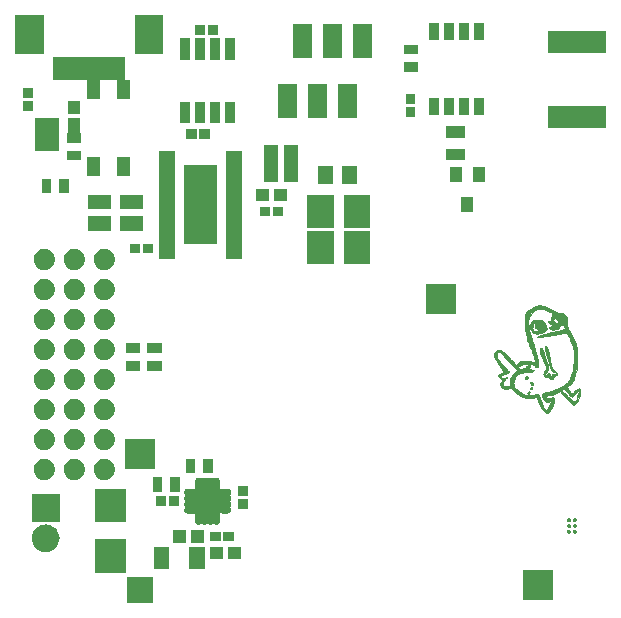
<source format=gbs>
%FSLAX46Y46*%
G04 Gerber Fmt 4.6, Leading zero omitted, Abs format (unit mm)*
G04 Created by KiCad (PCBNEW (2014-10-31 BZR 5243)-product) date So 05 Apr 2015 19:44:44 CEST*
%MOMM*%
G01*
G04 APERTURE LIST*
%ADD10C,0.100000*%
G04 APERTURE END LIST*
D10*
G36*
X115541339Y-48731582D02*
X115542040Y-48738649D01*
X115548781Y-48791993D01*
X115558960Y-48841277D01*
X115576096Y-48892947D01*
X115603710Y-48953450D01*
X115645319Y-49029233D01*
X115704444Y-49126743D01*
X115784605Y-49252426D01*
X115785111Y-49253200D01*
X115785111Y-48761254D01*
X115798479Y-48638691D01*
X115843278Y-48554826D01*
X115926554Y-48497452D01*
X115941027Y-48491113D01*
X116028862Y-48465813D01*
X116095210Y-48480402D01*
X116155224Y-48540714D01*
X116184542Y-48584878D01*
X116256159Y-48685745D01*
X116362600Y-48815929D01*
X116496225Y-48967558D01*
X116649396Y-49132761D01*
X116814473Y-49303668D01*
X116983818Y-49472407D01*
X117149791Y-49631107D01*
X117304753Y-49771899D01*
X117441065Y-49886909D01*
X117471287Y-49910676D01*
X117562908Y-49981433D01*
X117437026Y-50064813D01*
X117291664Y-50180137D01*
X117154609Y-50323059D01*
X117040479Y-50476437D01*
X116966270Y-50617038D01*
X116932380Y-50715535D01*
X116913030Y-50813247D01*
X116905170Y-50931141D01*
X116904897Y-51039058D01*
X116908128Y-51298893D01*
X116819342Y-51326496D01*
X116677492Y-51365608D01*
X116569775Y-51381146D01*
X116479389Y-51373859D01*
X116391987Y-51345526D01*
X116309619Y-51295353D01*
X116270587Y-51229327D01*
X116275626Y-51144091D01*
X116325473Y-51036283D01*
X116420861Y-50902547D01*
X116512627Y-50794505D01*
X116587805Y-50708120D01*
X116627349Y-50656258D01*
X116634743Y-50632752D01*
X116613472Y-50631436D01*
X116603261Y-50634085D01*
X116486365Y-50659390D01*
X116365650Y-50672173D01*
X116260013Y-50671503D01*
X116188356Y-50656448D01*
X116184852Y-50654699D01*
X116135318Y-50601060D01*
X116127247Y-50529045D01*
X116161839Y-50459843D01*
X116173167Y-50448907D01*
X116229080Y-50417297D01*
X116315360Y-50385245D01*
X116363667Y-50371829D01*
X116445264Y-50346214D01*
X116543384Y-50307238D01*
X116644422Y-50261460D01*
X116734770Y-50215444D01*
X116800822Y-50175749D01*
X116828972Y-50148938D01*
X116829182Y-50147345D01*
X116810526Y-50122833D01*
X116758302Y-50063542D01*
X116677994Y-49975452D01*
X116575081Y-49864542D01*
X116455047Y-49736791D01*
X116384682Y-49662531D01*
X116204193Y-49469104D01*
X116061791Y-49307589D01*
X115953596Y-49172151D01*
X115875727Y-49056956D01*
X115824303Y-48956170D01*
X115795443Y-48863961D01*
X115785266Y-48774494D01*
X115785111Y-48761254D01*
X115785111Y-49253200D01*
X115889320Y-49412730D01*
X116009793Y-49595454D01*
X116373535Y-50146192D01*
X116269823Y-50211639D01*
X116189819Y-50257714D01*
X116119178Y-50291318D01*
X116104938Y-50296484D01*
X116038476Y-50328087D01*
X115970883Y-50373211D01*
X115909003Y-50449495D01*
X115898570Y-50534764D01*
X115936723Y-50622622D01*
X116020600Y-50706672D01*
X116147342Y-50780516D01*
X116154482Y-50783706D01*
X116262532Y-50831378D01*
X116195088Y-50893883D01*
X116123762Y-50995541D01*
X116089032Y-51122896D01*
X116091280Y-51258353D01*
X116130887Y-51384314D01*
X116182825Y-51459326D01*
X116287040Y-51530931D01*
X116432736Y-51572165D01*
X116613258Y-51582126D01*
X116821947Y-51559915D01*
X116865714Y-51551687D01*
X116956194Y-51535014D01*
X117010716Y-51534066D01*
X117048617Y-51553227D01*
X117089230Y-51596877D01*
X117094916Y-51603626D01*
X117144663Y-51653873D01*
X117196380Y-51700496D01*
X117196380Y-51127917D01*
X117210799Y-51004525D01*
X117249257Y-50857335D01*
X117304077Y-50709239D01*
X117367580Y-50583132D01*
X117390965Y-50547695D01*
X117490486Y-50431042D01*
X117605222Y-50340203D01*
X117743159Y-50272184D01*
X117912280Y-50223990D01*
X118120572Y-50192627D01*
X118376020Y-50175101D01*
X118385672Y-50174711D01*
X118551613Y-50167226D01*
X118670761Y-50159071D01*
X118752761Y-50148802D01*
X118807261Y-50134980D01*
X118843907Y-50116162D01*
X118859061Y-50103966D01*
X118895272Y-50059347D01*
X118897278Y-50029835D01*
X118852211Y-50005692D01*
X118770223Y-49974312D01*
X118669350Y-49941331D01*
X118567629Y-49912389D01*
X118483095Y-49893123D01*
X118444943Y-49888433D01*
X118393408Y-49885629D01*
X118394656Y-49876707D01*
X118429299Y-49861729D01*
X118504509Y-49805129D01*
X118567134Y-49708770D01*
X118592185Y-49643277D01*
X118598782Y-49600552D01*
X118574534Y-49583002D01*
X118514263Y-49579777D01*
X118417488Y-49596810D01*
X118338940Y-49640835D01*
X118287668Y-49701239D01*
X118272718Y-49767409D01*
X118302533Y-49828133D01*
X118309354Y-49846970D01*
X118277672Y-49857572D01*
X118199931Y-49861733D01*
X118159808Y-49862000D01*
X118039193Y-49867531D01*
X117918669Y-49881740D01*
X117855304Y-49894208D01*
X117774996Y-49911540D01*
X117723838Y-49907165D01*
X117676618Y-49874551D01*
X117639211Y-49838236D01*
X117586141Y-49782618D01*
X117569450Y-49750192D01*
X117585081Y-49724769D01*
X117606460Y-49707542D01*
X117705962Y-49645449D01*
X117837685Y-49581994D01*
X117978568Y-49527215D01*
X118101534Y-49492002D01*
X118238486Y-49475181D01*
X118407835Y-49472586D01*
X118587683Y-49483024D01*
X118756128Y-49505305D01*
X118879391Y-49534342D01*
X118965342Y-49565092D01*
X119011970Y-49596586D01*
X119034875Y-49642593D01*
X119042948Y-49678725D01*
X119062295Y-49745967D01*
X119096037Y-49773078D01*
X119137779Y-49776901D01*
X119204762Y-49772088D01*
X119250474Y-49752418D01*
X119279430Y-49708698D01*
X119296147Y-49631737D01*
X119305139Y-49512343D01*
X119308282Y-49429817D01*
X119317786Y-49136602D01*
X119034798Y-48278690D01*
X118896374Y-47853555D01*
X118777948Y-47477135D01*
X118678740Y-47145665D01*
X118597970Y-46855380D01*
X118534860Y-46602512D01*
X118488629Y-46383297D01*
X118458499Y-46193967D01*
X118443690Y-46030759D01*
X118443423Y-45889905D01*
X118456918Y-45767640D01*
X118483396Y-45660198D01*
X118489258Y-45642777D01*
X118528952Y-45547197D01*
X118586864Y-45428580D01*
X118650935Y-45311525D01*
X118655288Y-45304111D01*
X118779330Y-45115223D01*
X118902674Y-44976250D01*
X119034214Y-44881478D01*
X119182841Y-44825198D01*
X119357447Y-44801700D01*
X119439889Y-44800225D01*
X119560343Y-44806094D01*
X119677041Y-44823777D01*
X119800455Y-44856618D01*
X119941057Y-44907959D01*
X120109320Y-44981145D01*
X120315718Y-45079518D01*
X120317490Y-45080386D01*
X120579156Y-45208522D01*
X120482245Y-45410742D01*
X120419431Y-45560854D01*
X120389473Y-45684776D01*
X120385333Y-45748539D01*
X120385333Y-45884116D01*
X120298639Y-45839284D01*
X120215356Y-45815012D01*
X120158690Y-45836966D01*
X120135571Y-45901043D01*
X120136962Y-45935069D01*
X120148845Y-45971266D01*
X120181092Y-46007482D01*
X120242263Y-46050057D01*
X120340918Y-46105327D01*
X120427480Y-46150187D01*
X120577525Y-46231394D01*
X120587326Y-46237846D01*
X120587326Y-45783070D01*
X120592406Y-45709454D01*
X120613572Y-45600034D01*
X120646991Y-45492012D01*
X120656243Y-45469565D01*
X120704787Y-45360555D01*
X120725473Y-45509138D01*
X120768346Y-45660506D01*
X120846740Y-45786533D01*
X120952025Y-45874280D01*
X120977444Y-45886944D01*
X121044549Y-45923661D01*
X121056413Y-45950913D01*
X121013165Y-45970199D01*
X120985055Y-45975341D01*
X120850114Y-45991209D01*
X120756438Y-45988957D01*
X120691157Y-45966455D01*
X120641406Y-45921571D01*
X120638494Y-45917944D01*
X120599390Y-45854162D01*
X120587326Y-45783070D01*
X120587326Y-46237846D01*
X120674493Y-46295236D01*
X120718814Y-46342319D01*
X120710920Y-46373245D01*
X120651240Y-46388618D01*
X120599069Y-46390666D01*
X120519896Y-46387850D01*
X120482075Y-46373928D01*
X120470586Y-46340691D01*
X120470000Y-46320111D01*
X120452824Y-46264083D01*
X120406454Y-46250798D01*
X120338633Y-46280313D01*
X120290677Y-46318763D01*
X120230612Y-46397205D01*
X120221662Y-46469288D01*
X120264192Y-46527863D01*
X120279500Y-46537665D01*
X120350747Y-46559192D01*
X120461078Y-46571514D01*
X120593951Y-46575014D01*
X120732826Y-46570075D01*
X120861164Y-46557082D01*
X120962422Y-46536418D01*
X121002551Y-46520897D01*
X121064463Y-46482146D01*
X121087401Y-46440208D01*
X121084185Y-46370047D01*
X121083286Y-46363238D01*
X121068915Y-46256093D01*
X121225720Y-46224602D01*
X121336399Y-46203670D01*
X121405596Y-46199441D01*
X121447223Y-46217793D01*
X121475194Y-46264602D01*
X121501954Y-46341277D01*
X121531469Y-46430306D01*
X121554914Y-46499704D01*
X121563686Y-46524722D01*
X121550949Y-46552079D01*
X121498258Y-46559999D01*
X121439283Y-46566961D01*
X121333707Y-46586560D01*
X121189464Y-46616872D01*
X121014487Y-46655970D01*
X120816709Y-46701927D01*
X120604062Y-46752819D01*
X120384480Y-46806718D01*
X120165896Y-46861699D01*
X119956242Y-46915836D01*
X119763452Y-46967201D01*
X119595458Y-47013870D01*
X119460193Y-47053917D01*
X119446944Y-47058058D01*
X119322775Y-47101023D01*
X119252274Y-47135657D01*
X119233577Y-47163740D01*
X119264821Y-47187050D01*
X119300387Y-47197925D01*
X119337575Y-47204316D01*
X119386256Y-47206391D01*
X119451428Y-47203433D01*
X119538091Y-47194725D01*
X119651242Y-47179551D01*
X119795880Y-47157194D01*
X119977003Y-47126936D01*
X120199611Y-47088061D01*
X120468701Y-47039852D01*
X120717895Y-46994611D01*
X120947790Y-46952957D01*
X121159463Y-46915080D01*
X121346672Y-46882060D01*
X121503175Y-46854977D01*
X121622731Y-46834912D01*
X121699098Y-46822945D01*
X121726012Y-46820105D01*
X121738633Y-46847177D01*
X121770341Y-46918705D01*
X121817905Y-47027299D01*
X121878096Y-47165570D01*
X121947683Y-47326128D01*
X121988583Y-47420777D01*
X122244427Y-48013444D01*
X122289758Y-48490985D01*
X122316531Y-48934621D01*
X122311305Y-49355544D01*
X122274913Y-49749341D01*
X122208190Y-50111598D01*
X122111969Y-50437902D01*
X121987084Y-50723841D01*
X121834370Y-50965001D01*
X121818356Y-50985534D01*
X121714421Y-51095238D01*
X121570995Y-51216966D01*
X121400844Y-51341410D01*
X121216737Y-51459261D01*
X121031440Y-51561213D01*
X121022827Y-51565502D01*
X120836138Y-51647037D01*
X120610636Y-51728016D01*
X120363739Y-51802956D01*
X120112861Y-51866375D01*
X119976111Y-51895008D01*
X119818793Y-51934416D01*
X119692478Y-51984672D01*
X119607529Y-52041193D01*
X119585385Y-52067733D01*
X119576627Y-52105494D01*
X119593772Y-52160784D01*
X119640977Y-52244971D01*
X119662807Y-52279399D01*
X119732929Y-52389285D01*
X119804814Y-52503772D01*
X119850343Y-52577563D01*
X119926222Y-52678997D01*
X120004517Y-52727927D01*
X120096495Y-52727594D01*
X120212424Y-52681752D01*
X120290126Y-52642077D01*
X120346067Y-52613631D01*
X120361883Y-52605672D01*
X120367967Y-52621598D01*
X120355701Y-52678060D01*
X120328876Y-52763671D01*
X120291286Y-52867047D01*
X120246723Y-52976803D01*
X120213513Y-53051111D01*
X120128141Y-53210378D01*
X120047088Y-53313729D01*
X119970491Y-53361089D01*
X119898486Y-53352381D01*
X119831208Y-53287530D01*
X119819577Y-53269833D01*
X119717443Y-53083327D01*
X119608838Y-52842900D01*
X119494660Y-52550590D01*
X119457646Y-52447987D01*
X119326310Y-52077444D01*
X119162999Y-52068939D01*
X119053546Y-52070384D01*
X118916738Y-52082100D01*
X118780209Y-52101629D01*
X118766033Y-52104217D01*
X118546516Y-52137114D01*
X118363393Y-52142632D01*
X118201967Y-52117391D01*
X118047545Y-52058013D01*
X117885433Y-51961120D01*
X117766282Y-51874362D01*
X117584674Y-51732047D01*
X117445196Y-51613563D01*
X117342612Y-51512051D01*
X117271683Y-51420649D01*
X117227171Y-51332496D01*
X117203837Y-51240731D01*
X117196443Y-51138493D01*
X117196380Y-51127917D01*
X117196380Y-51700496D01*
X117228297Y-51729270D01*
X117334844Y-51820714D01*
X117453330Y-51919099D01*
X117572782Y-52015321D01*
X117682225Y-52100276D01*
X117770686Y-52164858D01*
X117774778Y-52167675D01*
X117840931Y-52205609D01*
X117940931Y-52254487D01*
X118055864Y-52305193D01*
X118085222Y-52317293D01*
X118242869Y-52372829D01*
X118387453Y-52402162D01*
X118535476Y-52405866D01*
X118703439Y-52384514D01*
X118882702Y-52344992D01*
X118995881Y-52318229D01*
X119086339Y-52299380D01*
X119141708Y-52290886D01*
X119152871Y-52291665D01*
X119166596Y-52319976D01*
X119199252Y-52391522D01*
X119247048Y-52497869D01*
X119306192Y-52630583D01*
X119366737Y-52767294D01*
X119466126Y-52987256D01*
X119551226Y-53162994D01*
X119627065Y-53303320D01*
X119698670Y-53417046D01*
X119771069Y-53512985D01*
X119830516Y-53580277D01*
X119917666Y-53650741D01*
X120001242Y-53666768D01*
X120090136Y-53628973D01*
X120126988Y-53600770D01*
X120201381Y-53523592D01*
X120289663Y-53410063D01*
X120382113Y-53275099D01*
X120469010Y-53133620D01*
X120540634Y-53000542D01*
X120584703Y-52898301D01*
X120640791Y-52705655D01*
X120662178Y-52549174D01*
X120648596Y-52431982D01*
X120628398Y-52388774D01*
X120589131Y-52343617D01*
X120536106Y-52322948D01*
X120448279Y-52318571D01*
X120448183Y-52318572D01*
X120337257Y-52328810D01*
X120226748Y-52352733D01*
X120201889Y-52360841D01*
X120129006Y-52384500D01*
X120085214Y-52383479D01*
X120047034Y-52353648D01*
X120025500Y-52329806D01*
X119982016Y-52271188D01*
X119962128Y-52226089D01*
X119962000Y-52223780D01*
X119987999Y-52201761D01*
X120058689Y-52174342D01*
X120163108Y-52145548D01*
X120194833Y-52138245D01*
X120420112Y-52081390D01*
X120643492Y-52012460D01*
X120846014Y-51937769D01*
X120989062Y-51873733D01*
X121127125Y-51804321D01*
X121203602Y-51884438D01*
X121245560Y-51928763D01*
X121297642Y-51984054D01*
X121297642Y-51704973D01*
X121329775Y-51678460D01*
X121392558Y-51639803D01*
X121416099Y-51626889D01*
X121520205Y-51571445D01*
X121580714Y-51654588D01*
X121654337Y-51750951D01*
X121742118Y-51858526D01*
X121836209Y-51968576D01*
X121928763Y-52072361D01*
X122011934Y-52161145D01*
X122077875Y-52226188D01*
X122118739Y-52258754D01*
X122125162Y-52260888D01*
X122144091Y-52258807D01*
X122165700Y-52248583D01*
X122196339Y-52224243D01*
X122242355Y-52179817D01*
X122310095Y-52109332D01*
X122405909Y-52006817D01*
X122478848Y-51928167D01*
X122585619Y-51816665D01*
X122660571Y-51749916D01*
X122706241Y-51729515D01*
X122725165Y-51757059D01*
X122719882Y-51834143D01*
X122692929Y-51962364D01*
X122671331Y-52049232D01*
X122613309Y-52246858D01*
X122549000Y-52415042D01*
X122481677Y-52547645D01*
X122414614Y-52638531D01*
X122351086Y-52681560D01*
X122332599Y-52684222D01*
X122291632Y-52666636D01*
X122220616Y-52619372D01*
X122131315Y-52550672D01*
X122075918Y-52504372D01*
X121972612Y-52412322D01*
X121857888Y-52304948D01*
X121738463Y-52189152D01*
X121621054Y-52071832D01*
X121512379Y-51959890D01*
X121419156Y-51860224D01*
X121348102Y-51779734D01*
X121305935Y-51725321D01*
X121297642Y-51704973D01*
X121297642Y-51984054D01*
X121319113Y-52006848D01*
X121417270Y-52111259D01*
X121533043Y-52234557D01*
X121659441Y-52369307D01*
X121697746Y-52410168D01*
X121825862Y-52545541D01*
X121945874Y-52669905D01*
X122050775Y-52776191D01*
X122133557Y-52857328D01*
X122187213Y-52906244D01*
X122196786Y-52913724D01*
X122255297Y-52950419D01*
X122296581Y-52953867D01*
X122346373Y-52926971D01*
X122447886Y-52844862D01*
X122538946Y-52734681D01*
X122628034Y-52585275D01*
X122670461Y-52500777D01*
X122751175Y-52310894D01*
X122811425Y-52123314D01*
X122849707Y-51947389D01*
X122864520Y-51792471D01*
X122854358Y-51667911D01*
X122817923Y-51583313D01*
X122766958Y-51520373D01*
X122641534Y-51584213D01*
X122562230Y-51635080D01*
X122463526Y-51713195D01*
X122363722Y-51803798D01*
X122339958Y-51827470D01*
X122259264Y-51907335D01*
X122192703Y-51968912D01*
X122150440Y-52002984D01*
X122142110Y-52006888D01*
X122118831Y-51984857D01*
X122071246Y-51924797D01*
X122006184Y-51835763D01*
X121930472Y-51726807D01*
X121926939Y-51721602D01*
X121733462Y-51436316D01*
X121917049Y-51270622D01*
X122042000Y-51151436D01*
X122140770Y-51039080D01*
X122219828Y-50921755D01*
X122285643Y-50787666D01*
X122344682Y-50625016D01*
X122403413Y-50422008D01*
X122422762Y-50348289D01*
X122537340Y-49904333D01*
X122551353Y-49035426D01*
X122555097Y-48736373D01*
X122555752Y-48490447D01*
X122553259Y-48294413D01*
X122547557Y-48145036D01*
X122538587Y-48039080D01*
X122532158Y-47997729D01*
X122508208Y-47914291D01*
X122462874Y-47790352D01*
X122400548Y-47635624D01*
X122325622Y-47459822D01*
X122242488Y-47272658D01*
X122155539Y-47083847D01*
X122069165Y-46903103D01*
X121987759Y-46740138D01*
X121915713Y-46604666D01*
X121858845Y-46508589D01*
X121774670Y-46371293D01*
X121722253Y-46261398D01*
X121697321Y-46162861D01*
X121695599Y-46059636D01*
X121710169Y-45950565D01*
X121725182Y-45738417D01*
X121694421Y-45552262D01*
X121621071Y-45396321D01*
X121508321Y-45274813D01*
X121359356Y-45191958D01*
X121177363Y-45151975D01*
X121104744Y-45148888D01*
X121045845Y-45146737D01*
X120988213Y-45138027D01*
X120923042Y-45119372D01*
X120841529Y-45087386D01*
X120734870Y-45038684D01*
X120594262Y-44969879D01*
X120447671Y-44896193D01*
X120190659Y-44770404D01*
X119973311Y-44673877D01*
X119788478Y-44604330D01*
X119629015Y-44559482D01*
X119487774Y-44537053D01*
X119357610Y-44534762D01*
X119323222Y-44537320D01*
X119108744Y-44580892D01*
X118882007Y-44669337D01*
X118654898Y-44796510D01*
X118439302Y-44956263D01*
X118340494Y-45045510D01*
X118275704Y-45117298D01*
X118227506Y-45196254D01*
X118193662Y-45291784D01*
X118171937Y-45413292D01*
X118160094Y-45570182D01*
X118155897Y-45771860D01*
X118155778Y-45822350D01*
X118167737Y-46174169D01*
X118204682Y-46540076D01*
X118268216Y-46933736D01*
X118311558Y-47150464D01*
X118348682Y-47317627D01*
X118385940Y-47462869D01*
X118427943Y-47599342D01*
X118479303Y-47740201D01*
X118544632Y-47898599D01*
X118628541Y-48087687D01*
X118678462Y-48196888D01*
X118739888Y-48340416D01*
X118800076Y-48499007D01*
X118856707Y-48664265D01*
X118907464Y-48827793D01*
X118950030Y-48981194D01*
X118982085Y-49116073D01*
X119001313Y-49224031D01*
X119005396Y-49296673D01*
X118992015Y-49325603D01*
X118990085Y-49325777D01*
X118958353Y-49319873D01*
X118887249Y-49304414D01*
X118794872Y-49283371D01*
X118661777Y-49255399D01*
X118516333Y-49229101D01*
X118433288Y-49216314D01*
X118221661Y-49205225D01*
X118008935Y-49226666D01*
X117808123Y-49277160D01*
X117632235Y-49353228D01*
X117494282Y-49451392D01*
X117472614Y-49473130D01*
X117386763Y-49565033D01*
X117273266Y-49438350D01*
X117216433Y-49374054D01*
X117131774Y-49277179D01*
X117028213Y-49157989D01*
X116914673Y-49026744D01*
X116835376Y-48934754D01*
X116715976Y-48800250D01*
X116594831Y-48671178D01*
X116482235Y-48557999D01*
X116388481Y-48471174D01*
X116342499Y-48433810D01*
X116247440Y-48367494D01*
X116175472Y-48330031D01*
X116106766Y-48313616D01*
X116028951Y-48310397D01*
X115857419Y-48331117D01*
X115717369Y-48388453D01*
X115614323Y-48477548D01*
X115553805Y-48593544D01*
X115541339Y-48731582D01*
X115541339Y-48731582D01*
X115541339Y-48731582D01*
G37*
X115541339Y-48731582D02*
X115542040Y-48738649D01*
X115548781Y-48791993D01*
X115558960Y-48841277D01*
X115576096Y-48892947D01*
X115603710Y-48953450D01*
X115645319Y-49029233D01*
X115704444Y-49126743D01*
X115784605Y-49252426D01*
X115785111Y-49253200D01*
X115785111Y-48761254D01*
X115798479Y-48638691D01*
X115843278Y-48554826D01*
X115926554Y-48497452D01*
X115941027Y-48491113D01*
X116028862Y-48465813D01*
X116095210Y-48480402D01*
X116155224Y-48540714D01*
X116184542Y-48584878D01*
X116256159Y-48685745D01*
X116362600Y-48815929D01*
X116496225Y-48967558D01*
X116649396Y-49132761D01*
X116814473Y-49303668D01*
X116983818Y-49472407D01*
X117149791Y-49631107D01*
X117304753Y-49771899D01*
X117441065Y-49886909D01*
X117471287Y-49910676D01*
X117562908Y-49981433D01*
X117437026Y-50064813D01*
X117291664Y-50180137D01*
X117154609Y-50323059D01*
X117040479Y-50476437D01*
X116966270Y-50617038D01*
X116932380Y-50715535D01*
X116913030Y-50813247D01*
X116905170Y-50931141D01*
X116904897Y-51039058D01*
X116908128Y-51298893D01*
X116819342Y-51326496D01*
X116677492Y-51365608D01*
X116569775Y-51381146D01*
X116479389Y-51373859D01*
X116391987Y-51345526D01*
X116309619Y-51295353D01*
X116270587Y-51229327D01*
X116275626Y-51144091D01*
X116325473Y-51036283D01*
X116420861Y-50902547D01*
X116512627Y-50794505D01*
X116587805Y-50708120D01*
X116627349Y-50656258D01*
X116634743Y-50632752D01*
X116613472Y-50631436D01*
X116603261Y-50634085D01*
X116486365Y-50659390D01*
X116365650Y-50672173D01*
X116260013Y-50671503D01*
X116188356Y-50656448D01*
X116184852Y-50654699D01*
X116135318Y-50601060D01*
X116127247Y-50529045D01*
X116161839Y-50459843D01*
X116173167Y-50448907D01*
X116229080Y-50417297D01*
X116315360Y-50385245D01*
X116363667Y-50371829D01*
X116445264Y-50346214D01*
X116543384Y-50307238D01*
X116644422Y-50261460D01*
X116734770Y-50215444D01*
X116800822Y-50175749D01*
X116828972Y-50148938D01*
X116829182Y-50147345D01*
X116810526Y-50122833D01*
X116758302Y-50063542D01*
X116677994Y-49975452D01*
X116575081Y-49864542D01*
X116455047Y-49736791D01*
X116384682Y-49662531D01*
X116204193Y-49469104D01*
X116061791Y-49307589D01*
X115953596Y-49172151D01*
X115875727Y-49056956D01*
X115824303Y-48956170D01*
X115795443Y-48863961D01*
X115785266Y-48774494D01*
X115785111Y-48761254D01*
X115785111Y-49253200D01*
X115889320Y-49412730D01*
X116009793Y-49595454D01*
X116373535Y-50146192D01*
X116269823Y-50211639D01*
X116189819Y-50257714D01*
X116119178Y-50291318D01*
X116104938Y-50296484D01*
X116038476Y-50328087D01*
X115970883Y-50373211D01*
X115909003Y-50449495D01*
X115898570Y-50534764D01*
X115936723Y-50622622D01*
X116020600Y-50706672D01*
X116147342Y-50780516D01*
X116154482Y-50783706D01*
X116262532Y-50831378D01*
X116195088Y-50893883D01*
X116123762Y-50995541D01*
X116089032Y-51122896D01*
X116091280Y-51258353D01*
X116130887Y-51384314D01*
X116182825Y-51459326D01*
X116287040Y-51530931D01*
X116432736Y-51572165D01*
X116613258Y-51582126D01*
X116821947Y-51559915D01*
X116865714Y-51551687D01*
X116956194Y-51535014D01*
X117010716Y-51534066D01*
X117048617Y-51553227D01*
X117089230Y-51596877D01*
X117094916Y-51603626D01*
X117144663Y-51653873D01*
X117196380Y-51700496D01*
X117196380Y-51127917D01*
X117210799Y-51004525D01*
X117249257Y-50857335D01*
X117304077Y-50709239D01*
X117367580Y-50583132D01*
X117390965Y-50547695D01*
X117490486Y-50431042D01*
X117605222Y-50340203D01*
X117743159Y-50272184D01*
X117912280Y-50223990D01*
X118120572Y-50192627D01*
X118376020Y-50175101D01*
X118385672Y-50174711D01*
X118551613Y-50167226D01*
X118670761Y-50159071D01*
X118752761Y-50148802D01*
X118807261Y-50134980D01*
X118843907Y-50116162D01*
X118859061Y-50103966D01*
X118895272Y-50059347D01*
X118897278Y-50029835D01*
X118852211Y-50005692D01*
X118770223Y-49974312D01*
X118669350Y-49941331D01*
X118567629Y-49912389D01*
X118483095Y-49893123D01*
X118444943Y-49888433D01*
X118393408Y-49885629D01*
X118394656Y-49876707D01*
X118429299Y-49861729D01*
X118504509Y-49805129D01*
X118567134Y-49708770D01*
X118592185Y-49643277D01*
X118598782Y-49600552D01*
X118574534Y-49583002D01*
X118514263Y-49579777D01*
X118417488Y-49596810D01*
X118338940Y-49640835D01*
X118287668Y-49701239D01*
X118272718Y-49767409D01*
X118302533Y-49828133D01*
X118309354Y-49846970D01*
X118277672Y-49857572D01*
X118199931Y-49861733D01*
X118159808Y-49862000D01*
X118039193Y-49867531D01*
X117918669Y-49881740D01*
X117855304Y-49894208D01*
X117774996Y-49911540D01*
X117723838Y-49907165D01*
X117676618Y-49874551D01*
X117639211Y-49838236D01*
X117586141Y-49782618D01*
X117569450Y-49750192D01*
X117585081Y-49724769D01*
X117606460Y-49707542D01*
X117705962Y-49645449D01*
X117837685Y-49581994D01*
X117978568Y-49527215D01*
X118101534Y-49492002D01*
X118238486Y-49475181D01*
X118407835Y-49472586D01*
X118587683Y-49483024D01*
X118756128Y-49505305D01*
X118879391Y-49534342D01*
X118965342Y-49565092D01*
X119011970Y-49596586D01*
X119034875Y-49642593D01*
X119042948Y-49678725D01*
X119062295Y-49745967D01*
X119096037Y-49773078D01*
X119137779Y-49776901D01*
X119204762Y-49772088D01*
X119250474Y-49752418D01*
X119279430Y-49708698D01*
X119296147Y-49631737D01*
X119305139Y-49512343D01*
X119308282Y-49429817D01*
X119317786Y-49136602D01*
X119034798Y-48278690D01*
X118896374Y-47853555D01*
X118777948Y-47477135D01*
X118678740Y-47145665D01*
X118597970Y-46855380D01*
X118534860Y-46602512D01*
X118488629Y-46383297D01*
X118458499Y-46193967D01*
X118443690Y-46030759D01*
X118443423Y-45889905D01*
X118456918Y-45767640D01*
X118483396Y-45660198D01*
X118489258Y-45642777D01*
X118528952Y-45547197D01*
X118586864Y-45428580D01*
X118650935Y-45311525D01*
X118655288Y-45304111D01*
X118779330Y-45115223D01*
X118902674Y-44976250D01*
X119034214Y-44881478D01*
X119182841Y-44825198D01*
X119357447Y-44801700D01*
X119439889Y-44800225D01*
X119560343Y-44806094D01*
X119677041Y-44823777D01*
X119800455Y-44856618D01*
X119941057Y-44907959D01*
X120109320Y-44981145D01*
X120315718Y-45079518D01*
X120317490Y-45080386D01*
X120579156Y-45208522D01*
X120482245Y-45410742D01*
X120419431Y-45560854D01*
X120389473Y-45684776D01*
X120385333Y-45748539D01*
X120385333Y-45884116D01*
X120298639Y-45839284D01*
X120215356Y-45815012D01*
X120158690Y-45836966D01*
X120135571Y-45901043D01*
X120136962Y-45935069D01*
X120148845Y-45971266D01*
X120181092Y-46007482D01*
X120242263Y-46050057D01*
X120340918Y-46105327D01*
X120427480Y-46150187D01*
X120577525Y-46231394D01*
X120587326Y-46237846D01*
X120587326Y-45783070D01*
X120592406Y-45709454D01*
X120613572Y-45600034D01*
X120646991Y-45492012D01*
X120656243Y-45469565D01*
X120704787Y-45360555D01*
X120725473Y-45509138D01*
X120768346Y-45660506D01*
X120846740Y-45786533D01*
X120952025Y-45874280D01*
X120977444Y-45886944D01*
X121044549Y-45923661D01*
X121056413Y-45950913D01*
X121013165Y-45970199D01*
X120985055Y-45975341D01*
X120850114Y-45991209D01*
X120756438Y-45988957D01*
X120691157Y-45966455D01*
X120641406Y-45921571D01*
X120638494Y-45917944D01*
X120599390Y-45854162D01*
X120587326Y-45783070D01*
X120587326Y-46237846D01*
X120674493Y-46295236D01*
X120718814Y-46342319D01*
X120710920Y-46373245D01*
X120651240Y-46388618D01*
X120599069Y-46390666D01*
X120519896Y-46387850D01*
X120482075Y-46373928D01*
X120470586Y-46340691D01*
X120470000Y-46320111D01*
X120452824Y-46264083D01*
X120406454Y-46250798D01*
X120338633Y-46280313D01*
X120290677Y-46318763D01*
X120230612Y-46397205D01*
X120221662Y-46469288D01*
X120264192Y-46527863D01*
X120279500Y-46537665D01*
X120350747Y-46559192D01*
X120461078Y-46571514D01*
X120593951Y-46575014D01*
X120732826Y-46570075D01*
X120861164Y-46557082D01*
X120962422Y-46536418D01*
X121002551Y-46520897D01*
X121064463Y-46482146D01*
X121087401Y-46440208D01*
X121084185Y-46370047D01*
X121083286Y-46363238D01*
X121068915Y-46256093D01*
X121225720Y-46224602D01*
X121336399Y-46203670D01*
X121405596Y-46199441D01*
X121447223Y-46217793D01*
X121475194Y-46264602D01*
X121501954Y-46341277D01*
X121531469Y-46430306D01*
X121554914Y-46499704D01*
X121563686Y-46524722D01*
X121550949Y-46552079D01*
X121498258Y-46559999D01*
X121439283Y-46566961D01*
X121333707Y-46586560D01*
X121189464Y-46616872D01*
X121014487Y-46655970D01*
X120816709Y-46701927D01*
X120604062Y-46752819D01*
X120384480Y-46806718D01*
X120165896Y-46861699D01*
X119956242Y-46915836D01*
X119763452Y-46967201D01*
X119595458Y-47013870D01*
X119460193Y-47053917D01*
X119446944Y-47058058D01*
X119322775Y-47101023D01*
X119252274Y-47135657D01*
X119233577Y-47163740D01*
X119264821Y-47187050D01*
X119300387Y-47197925D01*
X119337575Y-47204316D01*
X119386256Y-47206391D01*
X119451428Y-47203433D01*
X119538091Y-47194725D01*
X119651242Y-47179551D01*
X119795880Y-47157194D01*
X119977003Y-47126936D01*
X120199611Y-47088061D01*
X120468701Y-47039852D01*
X120717895Y-46994611D01*
X120947790Y-46952957D01*
X121159463Y-46915080D01*
X121346672Y-46882060D01*
X121503175Y-46854977D01*
X121622731Y-46834912D01*
X121699098Y-46822945D01*
X121726012Y-46820105D01*
X121738633Y-46847177D01*
X121770341Y-46918705D01*
X121817905Y-47027299D01*
X121878096Y-47165570D01*
X121947683Y-47326128D01*
X121988583Y-47420777D01*
X122244427Y-48013444D01*
X122289758Y-48490985D01*
X122316531Y-48934621D01*
X122311305Y-49355544D01*
X122274913Y-49749341D01*
X122208190Y-50111598D01*
X122111969Y-50437902D01*
X121987084Y-50723841D01*
X121834370Y-50965001D01*
X121818356Y-50985534D01*
X121714421Y-51095238D01*
X121570995Y-51216966D01*
X121400844Y-51341410D01*
X121216737Y-51459261D01*
X121031440Y-51561213D01*
X121022827Y-51565502D01*
X120836138Y-51647037D01*
X120610636Y-51728016D01*
X120363739Y-51802956D01*
X120112861Y-51866375D01*
X119976111Y-51895008D01*
X119818793Y-51934416D01*
X119692478Y-51984672D01*
X119607529Y-52041193D01*
X119585385Y-52067733D01*
X119576627Y-52105494D01*
X119593772Y-52160784D01*
X119640977Y-52244971D01*
X119662807Y-52279399D01*
X119732929Y-52389285D01*
X119804814Y-52503772D01*
X119850343Y-52577563D01*
X119926222Y-52678997D01*
X120004517Y-52727927D01*
X120096495Y-52727594D01*
X120212424Y-52681752D01*
X120290126Y-52642077D01*
X120346067Y-52613631D01*
X120361883Y-52605672D01*
X120367967Y-52621598D01*
X120355701Y-52678060D01*
X120328876Y-52763671D01*
X120291286Y-52867047D01*
X120246723Y-52976803D01*
X120213513Y-53051111D01*
X120128141Y-53210378D01*
X120047088Y-53313729D01*
X119970491Y-53361089D01*
X119898486Y-53352381D01*
X119831208Y-53287530D01*
X119819577Y-53269833D01*
X119717443Y-53083327D01*
X119608838Y-52842900D01*
X119494660Y-52550590D01*
X119457646Y-52447987D01*
X119326310Y-52077444D01*
X119162999Y-52068939D01*
X119053546Y-52070384D01*
X118916738Y-52082100D01*
X118780209Y-52101629D01*
X118766033Y-52104217D01*
X118546516Y-52137114D01*
X118363393Y-52142632D01*
X118201967Y-52117391D01*
X118047545Y-52058013D01*
X117885433Y-51961120D01*
X117766282Y-51874362D01*
X117584674Y-51732047D01*
X117445196Y-51613563D01*
X117342612Y-51512051D01*
X117271683Y-51420649D01*
X117227171Y-51332496D01*
X117203837Y-51240731D01*
X117196443Y-51138493D01*
X117196380Y-51127917D01*
X117196380Y-51700496D01*
X117228297Y-51729270D01*
X117334844Y-51820714D01*
X117453330Y-51919099D01*
X117572782Y-52015321D01*
X117682225Y-52100276D01*
X117770686Y-52164858D01*
X117774778Y-52167675D01*
X117840931Y-52205609D01*
X117940931Y-52254487D01*
X118055864Y-52305193D01*
X118085222Y-52317293D01*
X118242869Y-52372829D01*
X118387453Y-52402162D01*
X118535476Y-52405866D01*
X118703439Y-52384514D01*
X118882702Y-52344992D01*
X118995881Y-52318229D01*
X119086339Y-52299380D01*
X119141708Y-52290886D01*
X119152871Y-52291665D01*
X119166596Y-52319976D01*
X119199252Y-52391522D01*
X119247048Y-52497869D01*
X119306192Y-52630583D01*
X119366737Y-52767294D01*
X119466126Y-52987256D01*
X119551226Y-53162994D01*
X119627065Y-53303320D01*
X119698670Y-53417046D01*
X119771069Y-53512985D01*
X119830516Y-53580277D01*
X119917666Y-53650741D01*
X120001242Y-53666768D01*
X120090136Y-53628973D01*
X120126988Y-53600770D01*
X120201381Y-53523592D01*
X120289663Y-53410063D01*
X120382113Y-53275099D01*
X120469010Y-53133620D01*
X120540634Y-53000542D01*
X120584703Y-52898301D01*
X120640791Y-52705655D01*
X120662178Y-52549174D01*
X120648596Y-52431982D01*
X120628398Y-52388774D01*
X120589131Y-52343617D01*
X120536106Y-52322948D01*
X120448279Y-52318571D01*
X120448183Y-52318572D01*
X120337257Y-52328810D01*
X120226748Y-52352733D01*
X120201889Y-52360841D01*
X120129006Y-52384500D01*
X120085214Y-52383479D01*
X120047034Y-52353648D01*
X120025500Y-52329806D01*
X119982016Y-52271188D01*
X119962128Y-52226089D01*
X119962000Y-52223780D01*
X119987999Y-52201761D01*
X120058689Y-52174342D01*
X120163108Y-52145548D01*
X120194833Y-52138245D01*
X120420112Y-52081390D01*
X120643492Y-52012460D01*
X120846014Y-51937769D01*
X120989062Y-51873733D01*
X121127125Y-51804321D01*
X121203602Y-51884438D01*
X121245560Y-51928763D01*
X121297642Y-51984054D01*
X121297642Y-51704973D01*
X121329775Y-51678460D01*
X121392558Y-51639803D01*
X121416099Y-51626889D01*
X121520205Y-51571445D01*
X121580714Y-51654588D01*
X121654337Y-51750951D01*
X121742118Y-51858526D01*
X121836209Y-51968576D01*
X121928763Y-52072361D01*
X122011934Y-52161145D01*
X122077875Y-52226188D01*
X122118739Y-52258754D01*
X122125162Y-52260888D01*
X122144091Y-52258807D01*
X122165700Y-52248583D01*
X122196339Y-52224243D01*
X122242355Y-52179817D01*
X122310095Y-52109332D01*
X122405909Y-52006817D01*
X122478848Y-51928167D01*
X122585619Y-51816665D01*
X122660571Y-51749916D01*
X122706241Y-51729515D01*
X122725165Y-51757059D01*
X122719882Y-51834143D01*
X122692929Y-51962364D01*
X122671331Y-52049232D01*
X122613309Y-52246858D01*
X122549000Y-52415042D01*
X122481677Y-52547645D01*
X122414614Y-52638531D01*
X122351086Y-52681560D01*
X122332599Y-52684222D01*
X122291632Y-52666636D01*
X122220616Y-52619372D01*
X122131315Y-52550672D01*
X122075918Y-52504372D01*
X121972612Y-52412322D01*
X121857888Y-52304948D01*
X121738463Y-52189152D01*
X121621054Y-52071832D01*
X121512379Y-51959890D01*
X121419156Y-51860224D01*
X121348102Y-51779734D01*
X121305935Y-51725321D01*
X121297642Y-51704973D01*
X121297642Y-51984054D01*
X121319113Y-52006848D01*
X121417270Y-52111259D01*
X121533043Y-52234557D01*
X121659441Y-52369307D01*
X121697746Y-52410168D01*
X121825862Y-52545541D01*
X121945874Y-52669905D01*
X122050775Y-52776191D01*
X122133557Y-52857328D01*
X122187213Y-52906244D01*
X122196786Y-52913724D01*
X122255297Y-52950419D01*
X122296581Y-52953867D01*
X122346373Y-52926971D01*
X122447886Y-52844862D01*
X122538946Y-52734681D01*
X122628034Y-52585275D01*
X122670461Y-52500777D01*
X122751175Y-52310894D01*
X122811425Y-52123314D01*
X122849707Y-51947389D01*
X122864520Y-51792471D01*
X122854358Y-51667911D01*
X122817923Y-51583313D01*
X122766958Y-51520373D01*
X122641534Y-51584213D01*
X122562230Y-51635080D01*
X122463526Y-51713195D01*
X122363722Y-51803798D01*
X122339958Y-51827470D01*
X122259264Y-51907335D01*
X122192703Y-51968912D01*
X122150440Y-52002984D01*
X122142110Y-52006888D01*
X122118831Y-51984857D01*
X122071246Y-51924797D01*
X122006184Y-51835763D01*
X121930472Y-51726807D01*
X121926939Y-51721602D01*
X121733462Y-51436316D01*
X121917049Y-51270622D01*
X122042000Y-51151436D01*
X122140770Y-51039080D01*
X122219828Y-50921755D01*
X122285643Y-50787666D01*
X122344682Y-50625016D01*
X122403413Y-50422008D01*
X122422762Y-50348289D01*
X122537340Y-49904333D01*
X122551353Y-49035426D01*
X122555097Y-48736373D01*
X122555752Y-48490447D01*
X122553259Y-48294413D01*
X122547557Y-48145036D01*
X122538587Y-48039080D01*
X122532158Y-47997729D01*
X122508208Y-47914291D01*
X122462874Y-47790352D01*
X122400548Y-47635624D01*
X122325622Y-47459822D01*
X122242488Y-47272658D01*
X122155539Y-47083847D01*
X122069165Y-46903103D01*
X121987759Y-46740138D01*
X121915713Y-46604666D01*
X121858845Y-46508589D01*
X121774670Y-46371293D01*
X121722253Y-46261398D01*
X121697321Y-46162861D01*
X121695599Y-46059636D01*
X121710169Y-45950565D01*
X121725182Y-45738417D01*
X121694421Y-45552262D01*
X121621071Y-45396321D01*
X121508321Y-45274813D01*
X121359356Y-45191958D01*
X121177363Y-45151975D01*
X121104744Y-45148888D01*
X121045845Y-45146737D01*
X120988213Y-45138027D01*
X120923042Y-45119372D01*
X120841529Y-45087386D01*
X120734870Y-45038684D01*
X120594262Y-44969879D01*
X120447671Y-44896193D01*
X120190659Y-44770404D01*
X119973311Y-44673877D01*
X119788478Y-44604330D01*
X119629015Y-44559482D01*
X119487774Y-44537053D01*
X119357610Y-44534762D01*
X119323222Y-44537320D01*
X119108744Y-44580892D01*
X118882007Y-44669337D01*
X118654898Y-44796510D01*
X118439302Y-44956263D01*
X118340494Y-45045510D01*
X118275704Y-45117298D01*
X118227506Y-45196254D01*
X118193662Y-45291784D01*
X118171937Y-45413292D01*
X118160094Y-45570182D01*
X118155897Y-45771860D01*
X118155778Y-45822350D01*
X118167737Y-46174169D01*
X118204682Y-46540076D01*
X118268216Y-46933736D01*
X118311558Y-47150464D01*
X118348682Y-47317627D01*
X118385940Y-47462869D01*
X118427943Y-47599342D01*
X118479303Y-47740201D01*
X118544632Y-47898599D01*
X118628541Y-48087687D01*
X118678462Y-48196888D01*
X118739888Y-48340416D01*
X118800076Y-48499007D01*
X118856707Y-48664265D01*
X118907464Y-48827793D01*
X118950030Y-48981194D01*
X118982085Y-49116073D01*
X119001313Y-49224031D01*
X119005396Y-49296673D01*
X118992015Y-49325603D01*
X118990085Y-49325777D01*
X118958353Y-49319873D01*
X118887249Y-49304414D01*
X118794872Y-49283371D01*
X118661777Y-49255399D01*
X118516333Y-49229101D01*
X118433288Y-49216314D01*
X118221661Y-49205225D01*
X118008935Y-49226666D01*
X117808123Y-49277160D01*
X117632235Y-49353228D01*
X117494282Y-49451392D01*
X117472614Y-49473130D01*
X117386763Y-49565033D01*
X117273266Y-49438350D01*
X117216433Y-49374054D01*
X117131774Y-49277179D01*
X117028213Y-49157989D01*
X116914673Y-49026744D01*
X116835376Y-48934754D01*
X116715976Y-48800250D01*
X116594831Y-48671178D01*
X116482235Y-48557999D01*
X116388481Y-48471174D01*
X116342499Y-48433810D01*
X116247440Y-48367494D01*
X116175472Y-48330031D01*
X116106766Y-48313616D01*
X116028951Y-48310397D01*
X115857419Y-48331117D01*
X115717369Y-48388453D01*
X115614323Y-48477548D01*
X115553805Y-48593544D01*
X115541339Y-48731582D01*
X115541339Y-48731582D01*
G36*
X118384659Y-51943446D02*
X118398686Y-51990469D01*
X118434663Y-52030669D01*
X118485261Y-52022078D01*
X118535177Y-51972387D01*
X118574134Y-51897742D01*
X118567073Y-51842276D01*
X118538666Y-51810900D01*
X118500001Y-51794927D01*
X118455809Y-51820480D01*
X118439888Y-51835667D01*
X118392807Y-51892639D01*
X118384659Y-51943446D01*
X118384659Y-51943446D01*
X118384659Y-51943446D01*
G37*
X118384659Y-51943446D02*
X118398686Y-51990469D01*
X118434663Y-52030669D01*
X118485261Y-52022078D01*
X118535177Y-51972387D01*
X118574134Y-51897742D01*
X118567073Y-51842276D01*
X118538666Y-51810900D01*
X118500001Y-51794927D01*
X118455809Y-51820480D01*
X118439888Y-51835667D01*
X118392807Y-51892639D01*
X118384659Y-51943446D01*
X118384659Y-51943446D01*
G36*
X118557576Y-51538402D02*
X118560193Y-51567094D01*
X118599108Y-51600390D01*
X118665325Y-51611026D01*
X118734258Y-51598554D01*
X118775377Y-51570997D01*
X118798808Y-51511655D01*
X118799908Y-51465164D01*
X118779768Y-51416666D01*
X118728430Y-51407226D01*
X118720131Y-51408038D01*
X118645714Y-51433380D01*
X118586408Y-51481927D01*
X118557576Y-51538402D01*
X118557576Y-51538402D01*
X118557576Y-51538402D01*
G37*
X118557576Y-51538402D02*
X118560193Y-51567094D01*
X118599108Y-51600390D01*
X118665325Y-51611026D01*
X118734258Y-51598554D01*
X118775377Y-51570997D01*
X118798808Y-51511655D01*
X118799908Y-51465164D01*
X118779768Y-51416666D01*
X118728430Y-51407226D01*
X118720131Y-51408038D01*
X118645714Y-51433380D01*
X118586408Y-51481927D01*
X118557576Y-51538402D01*
X118557576Y-51538402D01*
G36*
X118596144Y-51065286D02*
X118598120Y-51129269D01*
X118645357Y-51206287D01*
X118651293Y-51213453D01*
X118724121Y-51279691D01*
X118787220Y-51299039D01*
X118833304Y-51270775D01*
X118849184Y-51233010D01*
X118858066Y-51133367D01*
X118822055Y-51060427D01*
X118762053Y-51014866D01*
X118683629Y-50983292D01*
X118630782Y-50999659D01*
X118596144Y-51065286D01*
X118596144Y-51065286D01*
X118596144Y-51065286D01*
G37*
X118596144Y-51065286D02*
X118598120Y-51129269D01*
X118645357Y-51206287D01*
X118651293Y-51213453D01*
X118724121Y-51279691D01*
X118787220Y-51299039D01*
X118833304Y-51270775D01*
X118849184Y-51233010D01*
X118858066Y-51133367D01*
X118822055Y-51060427D01*
X118762053Y-51014866D01*
X118683629Y-50983292D01*
X118630782Y-50999659D01*
X118596144Y-51065286D01*
X118596144Y-51065286D01*
G36*
X118189030Y-50668596D02*
X118189234Y-50671184D01*
X118205540Y-50749518D01*
X118243419Y-50783136D01*
X118311555Y-50775809D01*
X118374500Y-50751613D01*
X118435483Y-50716785D01*
X118465556Y-50683752D01*
X118466222Y-50679635D01*
X118446902Y-50640038D01*
X118400293Y-50583553D01*
X118343420Y-50527635D01*
X118293311Y-50489737D01*
X118274293Y-50482888D01*
X118225979Y-50508189D01*
X118195450Y-50574759D01*
X118189030Y-50668596D01*
X118189030Y-50668596D01*
X118189030Y-50668596D01*
G37*
X118189030Y-50668596D02*
X118189234Y-50671184D01*
X118205540Y-50749518D01*
X118243419Y-50783136D01*
X118311555Y-50775809D01*
X118374500Y-50751613D01*
X118435483Y-50716785D01*
X118465556Y-50683752D01*
X118466222Y-50679635D01*
X118446902Y-50640038D01*
X118400293Y-50583553D01*
X118343420Y-50527635D01*
X118293311Y-50489737D01*
X118274293Y-50482888D01*
X118225979Y-50508189D01*
X118195450Y-50574759D01*
X118189030Y-50668596D01*
X118189030Y-50668596D01*
G36*
X119405523Y-48327728D02*
X119409585Y-48401943D01*
X119429241Y-48477830D01*
X119469879Y-48597781D01*
X119528695Y-48754674D01*
X119602884Y-48941386D01*
X119689641Y-49150795D01*
X119786162Y-49375776D01*
X119851178Y-49523333D01*
X119914389Y-49667270D01*
X119955184Y-49770974D01*
X119974398Y-49845643D01*
X119972867Y-49902478D01*
X119951426Y-49952677D01*
X119910910Y-50007440D01*
X119889225Y-50033519D01*
X119797152Y-50153458D01*
X119746080Y-50248672D01*
X119732497Y-50329146D01*
X119752895Y-50404867D01*
X119756272Y-50411779D01*
X119818521Y-50512465D01*
X119886611Y-50586569D01*
X119949173Y-50622395D01*
X119962545Y-50624000D01*
X120016551Y-50604347D01*
X120058884Y-50569648D01*
X120087876Y-50541868D01*
X120114588Y-50538140D01*
X120151842Y-50563821D01*
X120212462Y-50624269D01*
X120227753Y-50640203D01*
X120319047Y-50723159D01*
X120394519Y-50759509D01*
X120465013Y-50752400D01*
X120516275Y-50723901D01*
X120570022Y-50667550D01*
X120609628Y-50599357D01*
X120665224Y-50524423D01*
X120719351Y-50497544D01*
X120827677Y-50455790D01*
X120898252Y-50396697D01*
X120921555Y-50332768D01*
X120900265Y-50277623D01*
X120835009Y-50198038D01*
X120723712Y-50091481D01*
X120723626Y-50091404D01*
X120631185Y-50004229D01*
X120551864Y-49921414D01*
X120497938Y-49856108D01*
X120485399Y-49836268D01*
X120454912Y-49758782D01*
X120416346Y-49630193D01*
X120370845Y-49455086D01*
X120319552Y-49238044D01*
X120263609Y-48983651D01*
X120217296Y-48761333D01*
X120174964Y-48555366D01*
X120141161Y-48397238D01*
X120113590Y-48279391D01*
X120089952Y-48194266D01*
X120067952Y-48134305D01*
X120045291Y-48091952D01*
X120019672Y-48059647D01*
X119997309Y-48037628D01*
X119929171Y-47987971D01*
X119883943Y-47989095D01*
X119858323Y-48041789D01*
X119853436Y-48072065D01*
X119851299Y-48121973D01*
X119856630Y-48184956D01*
X119870901Y-48266984D01*
X119895583Y-48374028D01*
X119932147Y-48512059D01*
X119982065Y-48687046D01*
X120046809Y-48904961D01*
X120110235Y-49114111D01*
X120168425Y-49305102D01*
X120223464Y-49486220D01*
X120272420Y-49647787D01*
X120312366Y-49780127D01*
X120340372Y-49873565D01*
X120349723Y-49905204D01*
X120373625Y-49978867D01*
X120401621Y-50028343D01*
X120447072Y-50066682D01*
X120523340Y-50106933D01*
X120585812Y-50135774D01*
X120694423Y-50191141D01*
X120761316Y-50238374D01*
X120780444Y-50268959D01*
X120775092Y-50297928D01*
X120750547Y-50312854D01*
X120694079Y-50316995D01*
X120603999Y-50314127D01*
X120538838Y-50314410D01*
X120501110Y-50331697D01*
X120477814Y-50379103D01*
X120457708Y-50461722D01*
X120431081Y-50524380D01*
X120395015Y-50535300D01*
X120356553Y-50496729D01*
X120325080Y-50419388D01*
X120280141Y-50300389D01*
X120228999Y-50237376D01*
X120171023Y-50230168D01*
X120105584Y-50278582D01*
X120057281Y-50341999D01*
X120007347Y-50409497D01*
X119972150Y-50433491D01*
X119943992Y-50423210D01*
X119908649Y-50360213D01*
X119922316Y-50272370D01*
X119984530Y-50162011D01*
X119999867Y-50141225D01*
X120068534Y-50046554D01*
X120117690Y-49962694D01*
X120146831Y-49881206D01*
X120155451Y-49793649D01*
X120143043Y-49691584D01*
X120109102Y-49566570D01*
X120053123Y-49410168D01*
X119974601Y-49213938D01*
X119939182Y-49128222D01*
X119895526Y-49014755D01*
X119843521Y-48866959D01*
X119790010Y-48704862D01*
X119746359Y-48563777D01*
X119697685Y-48402973D01*
X119660166Y-48288731D01*
X119629902Y-48213210D01*
X119602996Y-48168573D01*
X119575550Y-48146978D01*
X119543665Y-48140588D01*
X119535862Y-48140444D01*
X119471407Y-48165740D01*
X119425795Y-48232655D01*
X119405523Y-48327728D01*
X119405523Y-48327728D01*
X119405523Y-48327728D01*
G37*
X119405523Y-48327728D02*
X119409585Y-48401943D01*
X119429241Y-48477830D01*
X119469879Y-48597781D01*
X119528695Y-48754674D01*
X119602884Y-48941386D01*
X119689641Y-49150795D01*
X119786162Y-49375776D01*
X119851178Y-49523333D01*
X119914389Y-49667270D01*
X119955184Y-49770974D01*
X119974398Y-49845643D01*
X119972867Y-49902478D01*
X119951426Y-49952677D01*
X119910910Y-50007440D01*
X119889225Y-50033519D01*
X119797152Y-50153458D01*
X119746080Y-50248672D01*
X119732497Y-50329146D01*
X119752895Y-50404867D01*
X119756272Y-50411779D01*
X119818521Y-50512465D01*
X119886611Y-50586569D01*
X119949173Y-50622395D01*
X119962545Y-50624000D01*
X120016551Y-50604347D01*
X120058884Y-50569648D01*
X120087876Y-50541868D01*
X120114588Y-50538140D01*
X120151842Y-50563821D01*
X120212462Y-50624269D01*
X120227753Y-50640203D01*
X120319047Y-50723159D01*
X120394519Y-50759509D01*
X120465013Y-50752400D01*
X120516275Y-50723901D01*
X120570022Y-50667550D01*
X120609628Y-50599357D01*
X120665224Y-50524423D01*
X120719351Y-50497544D01*
X120827677Y-50455790D01*
X120898252Y-50396697D01*
X120921555Y-50332768D01*
X120900265Y-50277623D01*
X120835009Y-50198038D01*
X120723712Y-50091481D01*
X120723626Y-50091404D01*
X120631185Y-50004229D01*
X120551864Y-49921414D01*
X120497938Y-49856108D01*
X120485399Y-49836268D01*
X120454912Y-49758782D01*
X120416346Y-49630193D01*
X120370845Y-49455086D01*
X120319552Y-49238044D01*
X120263609Y-48983651D01*
X120217296Y-48761333D01*
X120174964Y-48555366D01*
X120141161Y-48397238D01*
X120113590Y-48279391D01*
X120089952Y-48194266D01*
X120067952Y-48134305D01*
X120045291Y-48091952D01*
X120019672Y-48059647D01*
X119997309Y-48037628D01*
X119929171Y-47987971D01*
X119883943Y-47989095D01*
X119858323Y-48041789D01*
X119853436Y-48072065D01*
X119851299Y-48121973D01*
X119856630Y-48184956D01*
X119870901Y-48266984D01*
X119895583Y-48374028D01*
X119932147Y-48512059D01*
X119982065Y-48687046D01*
X120046809Y-48904961D01*
X120110235Y-49114111D01*
X120168425Y-49305102D01*
X120223464Y-49486220D01*
X120272420Y-49647787D01*
X120312366Y-49780127D01*
X120340372Y-49873565D01*
X120349723Y-49905204D01*
X120373625Y-49978867D01*
X120401621Y-50028343D01*
X120447072Y-50066682D01*
X120523340Y-50106933D01*
X120585812Y-50135774D01*
X120694423Y-50191141D01*
X120761316Y-50238374D01*
X120780444Y-50268959D01*
X120775092Y-50297928D01*
X120750547Y-50312854D01*
X120694079Y-50316995D01*
X120603999Y-50314127D01*
X120538838Y-50314410D01*
X120501110Y-50331697D01*
X120477814Y-50379103D01*
X120457708Y-50461722D01*
X120431081Y-50524380D01*
X120395015Y-50535300D01*
X120356553Y-50496729D01*
X120325080Y-50419388D01*
X120280141Y-50300389D01*
X120228999Y-50237376D01*
X120171023Y-50230168D01*
X120105584Y-50278582D01*
X120057281Y-50341999D01*
X120007347Y-50409497D01*
X119972150Y-50433491D01*
X119943992Y-50423210D01*
X119908649Y-50360213D01*
X119922316Y-50272370D01*
X119984530Y-50162011D01*
X119999867Y-50141225D01*
X120068534Y-50046554D01*
X120117690Y-49962694D01*
X120146831Y-49881206D01*
X120155451Y-49793649D01*
X120143043Y-49691584D01*
X120109102Y-49566570D01*
X120053123Y-49410168D01*
X119974601Y-49213938D01*
X119939182Y-49128222D01*
X119895526Y-49014755D01*
X119843521Y-48866959D01*
X119790010Y-48704862D01*
X119746359Y-48563777D01*
X119697685Y-48402973D01*
X119660166Y-48288731D01*
X119629902Y-48213210D01*
X119602996Y-48168573D01*
X119575550Y-48146978D01*
X119543665Y-48140588D01*
X119535862Y-48140444D01*
X119471407Y-48165740D01*
X119425795Y-48232655D01*
X119405523Y-48327728D01*
X119405523Y-48327728D01*
G36*
X118551165Y-46267509D02*
X118570405Y-46370677D01*
X118621380Y-46494704D01*
X118694863Y-46621617D01*
X118781622Y-46733445D01*
X118800637Y-46753303D01*
X118804338Y-46756258D01*
X118804338Y-46430984D01*
X118833170Y-46282907D01*
X118886771Y-46147122D01*
X118944746Y-46031615D01*
X118985216Y-45969124D01*
X119009623Y-45959494D01*
X119019411Y-46002571D01*
X119016025Y-46098204D01*
X119012976Y-46133691D01*
X119005430Y-46248655D01*
X119010063Y-46325544D01*
X119028796Y-46381792D01*
X119043025Y-46406064D01*
X119112174Y-46474241D01*
X119214888Y-46534600D01*
X119328395Y-46575883D01*
X119410255Y-46587602D01*
X119464335Y-46594613D01*
X119467087Y-46612670D01*
X119421942Y-46639110D01*
X119332327Y-46671274D01*
X119284419Y-46685251D01*
X119114079Y-46715348D01*
X118977842Y-46701477D01*
X118874222Y-46643479D01*
X118871397Y-46640864D01*
X118817023Y-46552125D01*
X118804338Y-46430984D01*
X118804338Y-46756258D01*
X118924957Y-46852574D01*
X119060205Y-46907134D01*
X119217438Y-46919731D01*
X119383444Y-46898153D01*
X119469107Y-46877187D01*
X119582452Y-46844474D01*
X119691585Y-46809523D01*
X119796784Y-46771106D01*
X119864255Y-46735480D01*
X119910695Y-46690468D01*
X119952801Y-46623897D01*
X119957323Y-46615754D01*
X120027809Y-46488065D01*
X119966440Y-46286019D01*
X119883060Y-46075591D01*
X119775692Y-45915873D01*
X119643401Y-45806054D01*
X119485247Y-45745321D01*
X119327000Y-45731750D01*
X119140073Y-45754304D01*
X118965297Y-45808467D01*
X118810987Y-45888495D01*
X118685456Y-45988649D01*
X118597018Y-46103187D01*
X118553986Y-46226369D01*
X118551165Y-46267509D01*
X118551165Y-46267509D01*
X118551165Y-46267509D01*
G37*
X118551165Y-46267509D02*
X118570405Y-46370677D01*
X118621380Y-46494704D01*
X118694863Y-46621617D01*
X118781622Y-46733445D01*
X118800637Y-46753303D01*
X118804338Y-46756258D01*
X118804338Y-46430984D01*
X118833170Y-46282907D01*
X118886771Y-46147122D01*
X118944746Y-46031615D01*
X118985216Y-45969124D01*
X119009623Y-45959494D01*
X119019411Y-46002571D01*
X119016025Y-46098204D01*
X119012976Y-46133691D01*
X119005430Y-46248655D01*
X119010063Y-46325544D01*
X119028796Y-46381792D01*
X119043025Y-46406064D01*
X119112174Y-46474241D01*
X119214888Y-46534600D01*
X119328395Y-46575883D01*
X119410255Y-46587602D01*
X119464335Y-46594613D01*
X119467087Y-46612670D01*
X119421942Y-46639110D01*
X119332327Y-46671274D01*
X119284419Y-46685251D01*
X119114079Y-46715348D01*
X118977842Y-46701477D01*
X118874222Y-46643479D01*
X118871397Y-46640864D01*
X118817023Y-46552125D01*
X118804338Y-46430984D01*
X118804338Y-46756258D01*
X118924957Y-46852574D01*
X119060205Y-46907134D01*
X119217438Y-46919731D01*
X119383444Y-46898153D01*
X119469107Y-46877187D01*
X119582452Y-46844474D01*
X119691585Y-46809523D01*
X119796784Y-46771106D01*
X119864255Y-46735480D01*
X119910695Y-46690468D01*
X119952801Y-46623897D01*
X119957323Y-46615754D01*
X120027809Y-46488065D01*
X119966440Y-46286019D01*
X119883060Y-46075591D01*
X119775692Y-45915873D01*
X119643401Y-45806054D01*
X119485247Y-45745321D01*
X119327000Y-45731750D01*
X119140073Y-45754304D01*
X118965297Y-45808467D01*
X118810987Y-45888495D01*
X118685456Y-45988649D01*
X118597018Y-46103187D01*
X118553986Y-46226369D01*
X118551165Y-46267509D01*
X118551165Y-46267509D01*
G36*
X76501139Y-27000000D02*
X76500000Y-27000000D01*
X75700000Y-27000000D01*
X75698860Y-27000000D01*
X75698860Y-26100000D01*
X75700000Y-26100000D01*
X76500000Y-26100000D01*
X76501139Y-26100000D01*
X76501139Y-27000000D01*
X76501139Y-27000000D01*
G37*
G36*
X76501139Y-28100000D02*
X76500000Y-28100000D01*
X75700000Y-28100000D01*
X75698860Y-28100000D01*
X75698860Y-27200000D01*
X75700000Y-27200000D01*
X76500000Y-27200000D01*
X76501139Y-27200000D01*
X76501139Y-28100000D01*
X76501139Y-28100000D01*
G37*
G36*
X77431139Y-23240000D02*
X77430000Y-23240000D01*
X75030000Y-23240000D01*
X75028860Y-23240000D01*
X75028860Y-19940000D01*
X75030000Y-19940000D01*
X77430000Y-19940000D01*
X77431139Y-19940000D01*
X77431139Y-23240000D01*
X77431139Y-23240000D01*
G37*
G36*
X78051139Y-35000000D02*
X78050000Y-35000000D01*
X77250000Y-35000000D01*
X77248860Y-35000000D01*
X77248860Y-33800000D01*
X77250000Y-33800000D01*
X78050000Y-33800000D01*
X78051139Y-33800000D01*
X78051139Y-35000000D01*
X78051139Y-35000000D01*
G37*
G36*
X78370841Y-40555703D02*
X78368132Y-40749767D01*
X78327842Y-40927101D01*
X78256908Y-41086423D01*
X78155307Y-41230450D01*
X78024965Y-41354574D01*
X77880841Y-41446037D01*
X77707814Y-41513150D01*
X77545162Y-41541831D01*
X77359612Y-41537943D01*
X77192901Y-41501290D01*
X77027972Y-41429233D01*
X76883234Y-41328639D01*
X76762083Y-41203184D01*
X76663574Y-41050326D01*
X76601419Y-40893340D01*
X76567916Y-40710798D01*
X76570248Y-40543815D01*
X76608446Y-40364105D01*
X76676418Y-40205516D01*
X76777046Y-40058550D01*
X76904314Y-39933922D01*
X77048696Y-39839440D01*
X77219036Y-39770619D01*
X77383073Y-39739327D01*
X77568667Y-39740622D01*
X77734058Y-39774573D01*
X77901699Y-39845041D01*
X78046286Y-39942567D01*
X78170487Y-40067639D01*
X78270088Y-40217549D01*
X78335132Y-40375359D01*
X78370841Y-40555703D01*
X78370841Y-40555703D01*
G37*
G36*
X78370841Y-43095703D02*
X78368132Y-43289767D01*
X78327842Y-43467101D01*
X78256908Y-43626423D01*
X78155307Y-43770450D01*
X78024965Y-43894574D01*
X77880841Y-43986037D01*
X77707814Y-44053150D01*
X77545162Y-44081831D01*
X77359612Y-44077943D01*
X77192901Y-44041290D01*
X77027972Y-43969233D01*
X76883234Y-43868639D01*
X76762083Y-43743184D01*
X76663574Y-43590326D01*
X76601419Y-43433340D01*
X76567916Y-43250798D01*
X76570248Y-43083815D01*
X76608446Y-42904105D01*
X76676418Y-42745516D01*
X76777046Y-42598550D01*
X76904314Y-42473922D01*
X77048696Y-42379440D01*
X77219036Y-42310619D01*
X77383073Y-42279327D01*
X77568667Y-42280622D01*
X77734058Y-42314573D01*
X77901699Y-42385041D01*
X78046286Y-42482567D01*
X78170487Y-42607639D01*
X78270088Y-42757549D01*
X78335132Y-42915359D01*
X78370841Y-43095703D01*
X78370841Y-43095703D01*
G37*
G36*
X78370841Y-45635703D02*
X78368132Y-45829767D01*
X78327842Y-46007101D01*
X78256908Y-46166423D01*
X78155307Y-46310450D01*
X78024965Y-46434574D01*
X77880841Y-46526037D01*
X77707814Y-46593150D01*
X77545162Y-46621831D01*
X77359612Y-46617943D01*
X77192901Y-46581290D01*
X77027972Y-46509233D01*
X76883234Y-46408639D01*
X76762083Y-46283184D01*
X76663574Y-46130326D01*
X76601419Y-45973340D01*
X76567916Y-45790798D01*
X76570248Y-45623815D01*
X76608446Y-45444105D01*
X76676418Y-45285516D01*
X76777046Y-45138550D01*
X76904314Y-45013922D01*
X77048696Y-44919440D01*
X77219036Y-44850619D01*
X77383073Y-44819327D01*
X77568667Y-44820622D01*
X77734058Y-44854573D01*
X77901699Y-44925041D01*
X78046286Y-45022567D01*
X78170487Y-45147639D01*
X78270088Y-45297549D01*
X78335132Y-45455359D01*
X78370841Y-45635703D01*
X78370841Y-45635703D01*
G37*
G36*
X78370841Y-48175703D02*
X78368132Y-48369767D01*
X78327842Y-48547101D01*
X78256908Y-48706423D01*
X78155307Y-48850450D01*
X78024965Y-48974574D01*
X77880841Y-49066037D01*
X77707814Y-49133150D01*
X77545162Y-49161831D01*
X77359612Y-49157943D01*
X77192901Y-49121290D01*
X77027972Y-49049233D01*
X76883234Y-48948639D01*
X76762083Y-48823184D01*
X76663574Y-48670326D01*
X76601419Y-48513340D01*
X76567916Y-48330798D01*
X76570248Y-48163815D01*
X76608446Y-47984105D01*
X76676418Y-47825516D01*
X76777046Y-47678550D01*
X76904314Y-47553922D01*
X77048696Y-47459440D01*
X77219036Y-47390619D01*
X77383073Y-47359327D01*
X77568667Y-47360622D01*
X77734058Y-47394573D01*
X77901699Y-47465041D01*
X78046286Y-47562567D01*
X78170487Y-47687639D01*
X78270088Y-47837549D01*
X78335132Y-47995359D01*
X78370841Y-48175703D01*
X78370841Y-48175703D01*
G37*
G36*
X78370841Y-50715703D02*
X78368132Y-50909767D01*
X78327842Y-51087101D01*
X78256908Y-51246423D01*
X78155307Y-51390450D01*
X78024965Y-51514574D01*
X77880841Y-51606037D01*
X77707814Y-51673150D01*
X77545162Y-51701831D01*
X77359612Y-51697943D01*
X77192901Y-51661290D01*
X77027972Y-51589233D01*
X76883234Y-51488639D01*
X76762083Y-51363184D01*
X76663574Y-51210326D01*
X76601419Y-51053340D01*
X76567916Y-50870798D01*
X76570248Y-50703815D01*
X76608446Y-50524105D01*
X76676418Y-50365516D01*
X76777046Y-50218550D01*
X76904314Y-50093922D01*
X77048696Y-49999440D01*
X77219036Y-49930619D01*
X77383073Y-49899327D01*
X77568667Y-49900622D01*
X77734058Y-49934573D01*
X77901699Y-50005041D01*
X78046286Y-50102567D01*
X78170487Y-50227639D01*
X78270088Y-50377549D01*
X78335132Y-50535359D01*
X78370841Y-50715703D01*
X78370841Y-50715703D01*
G37*
G36*
X78370841Y-53255703D02*
X78368132Y-53449767D01*
X78327842Y-53627101D01*
X78256908Y-53786423D01*
X78155307Y-53930450D01*
X78024965Y-54054574D01*
X77880841Y-54146037D01*
X77707814Y-54213150D01*
X77545162Y-54241831D01*
X77359612Y-54237943D01*
X77192901Y-54201290D01*
X77027972Y-54129233D01*
X76883234Y-54028639D01*
X76762083Y-53903184D01*
X76663574Y-53750326D01*
X76601419Y-53593340D01*
X76567916Y-53410798D01*
X76570248Y-53243815D01*
X76608446Y-53064105D01*
X76676418Y-52905516D01*
X76777046Y-52758550D01*
X76904314Y-52633922D01*
X77048696Y-52539440D01*
X77219036Y-52470619D01*
X77383073Y-52439327D01*
X77568667Y-52440622D01*
X77734058Y-52474573D01*
X77901699Y-52545041D01*
X78046286Y-52642567D01*
X78170487Y-52767639D01*
X78270088Y-52917549D01*
X78335132Y-53075359D01*
X78370841Y-53255703D01*
X78370841Y-53255703D01*
G37*
G36*
X78370841Y-55795703D02*
X78368132Y-55989767D01*
X78327842Y-56167101D01*
X78256908Y-56326423D01*
X78155307Y-56470450D01*
X78024965Y-56594574D01*
X77880841Y-56686037D01*
X77707814Y-56753150D01*
X77545162Y-56781831D01*
X77359612Y-56777943D01*
X77192901Y-56741290D01*
X77027972Y-56669233D01*
X76883234Y-56568639D01*
X76762083Y-56443184D01*
X76663574Y-56290326D01*
X76601419Y-56133340D01*
X76567916Y-55950798D01*
X76570248Y-55783815D01*
X76608446Y-55604105D01*
X76676418Y-55445516D01*
X76777046Y-55298550D01*
X76904314Y-55173922D01*
X77048696Y-55079440D01*
X77219036Y-55010619D01*
X77383073Y-54979327D01*
X77568667Y-54980622D01*
X77734058Y-55014573D01*
X77901699Y-55085041D01*
X78046286Y-55182567D01*
X78170487Y-55307639D01*
X78270088Y-55457549D01*
X78335132Y-55615359D01*
X78370841Y-55795703D01*
X78370841Y-55795703D01*
G37*
G36*
X78370841Y-58335703D02*
X78368132Y-58529767D01*
X78327842Y-58707101D01*
X78256908Y-58866423D01*
X78155307Y-59010450D01*
X78024965Y-59134574D01*
X77880841Y-59226037D01*
X77707814Y-59293150D01*
X77545162Y-59321831D01*
X77359612Y-59317943D01*
X77192901Y-59281290D01*
X77027972Y-59209233D01*
X76883234Y-59108639D01*
X76762083Y-58983184D01*
X76663574Y-58830326D01*
X76601419Y-58673340D01*
X76567916Y-58490798D01*
X76570248Y-58323815D01*
X76608446Y-58144105D01*
X76676418Y-57985516D01*
X76777046Y-57838550D01*
X76904314Y-57713922D01*
X77048696Y-57619440D01*
X77219036Y-57550619D01*
X77383073Y-57519327D01*
X77568667Y-57520622D01*
X77734058Y-57554573D01*
X77901699Y-57625041D01*
X78046286Y-57722567D01*
X78170487Y-57847639D01*
X78270088Y-57997549D01*
X78335132Y-58155359D01*
X78370841Y-58335703D01*
X78370841Y-58335703D01*
G37*
G36*
X78751139Y-31500000D02*
X78750000Y-31500000D01*
X76650000Y-31500000D01*
X76648860Y-31500000D01*
X76648860Y-30638023D01*
X76648860Y-30611976D01*
X76648860Y-30538023D01*
X76648860Y-30511976D01*
X76648860Y-29688023D01*
X76648860Y-29661976D01*
X76648860Y-29588023D01*
X76648860Y-29561976D01*
X76648860Y-28700000D01*
X76650000Y-28700000D01*
X78750000Y-28700000D01*
X78751139Y-28700000D01*
X78751139Y-29561976D01*
X78751139Y-29588023D01*
X78751139Y-29661976D01*
X78751139Y-29688023D01*
X78751139Y-30511976D01*
X78751139Y-30538023D01*
X78751139Y-30611976D01*
X78751139Y-30638023D01*
X78751139Y-31500000D01*
X78751139Y-31500000D01*
G37*
G36*
X78767047Y-64246084D02*
X78767018Y-64250308D01*
X78765897Y-64260298D01*
X78765886Y-64261922D01*
X78740520Y-64488067D01*
X78740255Y-64488901D01*
X78740020Y-64490999D01*
X78672989Y-64702307D01*
X78671973Y-64704154D01*
X78671712Y-64704978D01*
X78562082Y-64904394D01*
X78561528Y-64905053D01*
X78559015Y-64909626D01*
X78420072Y-65075212D01*
X78416002Y-65078483D01*
X78415807Y-65078717D01*
X78238459Y-65221309D01*
X78238184Y-65221452D01*
X78235689Y-65223459D01*
X78039235Y-65326163D01*
X77817652Y-65391377D01*
X77591335Y-65411975D01*
X77367177Y-65388414D01*
X77144744Y-65319560D01*
X76951368Y-65215002D01*
X76948329Y-65212488D01*
X76947981Y-65212300D01*
X76772641Y-65067245D01*
X76772394Y-65066942D01*
X76769072Y-65064194D01*
X76631296Y-64895263D01*
X76629275Y-64891462D01*
X76628814Y-64890897D01*
X76521979Y-64689970D01*
X76521769Y-64689274D01*
X76521103Y-64688022D01*
X76456495Y-64474026D01*
X76456357Y-64472619D01*
X76456206Y-64472119D01*
X76434000Y-64245642D01*
X76434000Y-64244612D01*
X76432951Y-64233914D01*
X76432981Y-64229691D01*
X76434102Y-64219690D01*
X76434114Y-64218078D01*
X76459480Y-63991933D01*
X76459743Y-63991103D01*
X76459979Y-63989000D01*
X76527010Y-63777688D01*
X76528032Y-63775828D01*
X76528288Y-63775022D01*
X76637918Y-63575606D01*
X76638462Y-63574957D01*
X76640982Y-63570374D01*
X76640985Y-63570370D01*
X76779927Y-63404787D01*
X76784002Y-63401510D01*
X76784193Y-63401283D01*
X76961541Y-63258691D01*
X76961802Y-63258554D01*
X76964309Y-63256539D01*
X77160764Y-63153836D01*
X77382341Y-63088622D01*
X77608664Y-63068025D01*
X77832826Y-63091585D01*
X78055255Y-63160439D01*
X78248630Y-63264996D01*
X78251671Y-63267512D01*
X78252019Y-63267700D01*
X78427359Y-63412755D01*
X78427608Y-63413060D01*
X78430928Y-63415807D01*
X78568703Y-63584735D01*
X78570724Y-63588537D01*
X78571186Y-63589103D01*
X78678021Y-63790030D01*
X78678232Y-63790729D01*
X78678894Y-63791974D01*
X78743504Y-64005973D01*
X78743641Y-64007376D01*
X78743794Y-64007881D01*
X78766000Y-64234358D01*
X78766000Y-64235405D01*
X78767047Y-64246084D01*
X78767047Y-64246084D01*
G37*
G36*
X78767139Y-62866000D02*
X78766000Y-62866000D01*
X76434000Y-62866000D01*
X76432860Y-62866000D01*
X76432860Y-60534000D01*
X76434000Y-60534000D01*
X78766000Y-60534000D01*
X78767139Y-60534000D01*
X78767139Y-62866000D01*
X78767139Y-62866000D01*
G37*
G36*
X79551139Y-35000000D02*
X79550000Y-35000000D01*
X78750000Y-35000000D01*
X78748860Y-35000000D01*
X78748860Y-33800000D01*
X78750000Y-33800000D01*
X79550000Y-33800000D01*
X79551139Y-33800000D01*
X79551139Y-35000000D01*
X79551139Y-35000000D01*
G37*
G36*
X80526139Y-28300000D02*
X80525000Y-28300000D01*
X79475000Y-28300000D01*
X79473860Y-28300000D01*
X79473860Y-27200000D01*
X79475000Y-27200000D01*
X80525000Y-27200000D01*
X80526139Y-27200000D01*
X80526139Y-28300000D01*
X80526139Y-28300000D01*
G37*
G36*
X80601139Y-30750000D02*
X80600000Y-30750000D01*
X79400000Y-30750000D01*
X79398860Y-30750000D01*
X79398860Y-29950000D01*
X79400000Y-29950000D01*
X79425651Y-29945476D01*
X79448209Y-29932453D01*
X79464951Y-29912499D01*
X79473860Y-29888023D01*
X79473860Y-29861976D01*
X79473860Y-28700000D01*
X79475000Y-28700000D01*
X80525000Y-28700000D01*
X80526139Y-28700000D01*
X80526139Y-29861976D01*
X80526139Y-29888023D01*
X80535048Y-29912499D01*
X80551790Y-29932453D01*
X80574348Y-29945476D01*
X80600000Y-29950000D01*
X80601139Y-29950000D01*
X80601139Y-30750000D01*
X80601139Y-30750000D01*
G37*
G36*
X80601139Y-32250000D02*
X80600000Y-32250000D01*
X79400000Y-32250000D01*
X79398860Y-32250000D01*
X79398860Y-31450000D01*
X79400000Y-31450000D01*
X80600000Y-31450000D01*
X80601139Y-31450000D01*
X80601139Y-32250000D01*
X80601139Y-32250000D01*
G37*
G36*
X80910841Y-40555703D02*
X80908132Y-40749767D01*
X80867842Y-40927101D01*
X80796908Y-41086423D01*
X80695307Y-41230450D01*
X80564965Y-41354574D01*
X80420841Y-41446037D01*
X80247814Y-41513150D01*
X80085162Y-41541831D01*
X79899612Y-41537943D01*
X79732901Y-41501290D01*
X79567972Y-41429233D01*
X79423234Y-41328639D01*
X79302083Y-41203184D01*
X79203574Y-41050326D01*
X79141419Y-40893340D01*
X79107916Y-40710798D01*
X79110248Y-40543815D01*
X79148446Y-40364105D01*
X79216418Y-40205516D01*
X79317046Y-40058550D01*
X79444314Y-39933922D01*
X79588696Y-39839440D01*
X79759036Y-39770619D01*
X79923073Y-39739327D01*
X80108667Y-39740622D01*
X80274058Y-39774573D01*
X80441699Y-39845041D01*
X80586286Y-39942567D01*
X80710487Y-40067639D01*
X80810088Y-40217549D01*
X80875132Y-40375359D01*
X80910841Y-40555703D01*
X80910841Y-40555703D01*
G37*
G36*
X80910841Y-43095703D02*
X80908132Y-43289767D01*
X80867842Y-43467101D01*
X80796908Y-43626423D01*
X80695307Y-43770450D01*
X80564965Y-43894574D01*
X80420841Y-43986037D01*
X80247814Y-44053150D01*
X80085162Y-44081831D01*
X79899612Y-44077943D01*
X79732901Y-44041290D01*
X79567972Y-43969233D01*
X79423234Y-43868639D01*
X79302083Y-43743184D01*
X79203574Y-43590326D01*
X79141419Y-43433340D01*
X79107916Y-43250798D01*
X79110248Y-43083815D01*
X79148446Y-42904105D01*
X79216418Y-42745516D01*
X79317046Y-42598550D01*
X79444314Y-42473922D01*
X79588696Y-42379440D01*
X79759036Y-42310619D01*
X79923073Y-42279327D01*
X80108667Y-42280622D01*
X80274058Y-42314573D01*
X80441699Y-42385041D01*
X80586286Y-42482567D01*
X80710487Y-42607639D01*
X80810088Y-42757549D01*
X80875132Y-42915359D01*
X80910841Y-43095703D01*
X80910841Y-43095703D01*
G37*
G36*
X80910841Y-45635703D02*
X80908132Y-45829767D01*
X80867842Y-46007101D01*
X80796908Y-46166423D01*
X80695307Y-46310450D01*
X80564965Y-46434574D01*
X80420841Y-46526037D01*
X80247814Y-46593150D01*
X80085162Y-46621831D01*
X79899612Y-46617943D01*
X79732901Y-46581290D01*
X79567972Y-46509233D01*
X79423234Y-46408639D01*
X79302083Y-46283184D01*
X79203574Y-46130326D01*
X79141419Y-45973340D01*
X79107916Y-45790798D01*
X79110248Y-45623815D01*
X79148446Y-45444105D01*
X79216418Y-45285516D01*
X79317046Y-45138550D01*
X79444314Y-45013922D01*
X79588696Y-44919440D01*
X79759036Y-44850619D01*
X79923073Y-44819327D01*
X80108667Y-44820622D01*
X80274058Y-44854573D01*
X80441699Y-44925041D01*
X80586286Y-45022567D01*
X80710487Y-45147639D01*
X80810088Y-45297549D01*
X80875132Y-45455359D01*
X80910841Y-45635703D01*
X80910841Y-45635703D01*
G37*
G36*
X80910841Y-48175703D02*
X80908132Y-48369767D01*
X80867842Y-48547101D01*
X80796908Y-48706423D01*
X80695307Y-48850450D01*
X80564965Y-48974574D01*
X80420841Y-49066037D01*
X80247814Y-49133150D01*
X80085162Y-49161831D01*
X79899612Y-49157943D01*
X79732901Y-49121290D01*
X79567972Y-49049233D01*
X79423234Y-48948639D01*
X79302083Y-48823184D01*
X79203574Y-48670326D01*
X79141419Y-48513340D01*
X79107916Y-48330798D01*
X79110248Y-48163815D01*
X79148446Y-47984105D01*
X79216418Y-47825516D01*
X79317046Y-47678550D01*
X79444314Y-47553922D01*
X79588696Y-47459440D01*
X79759036Y-47390619D01*
X79923073Y-47359327D01*
X80108667Y-47360622D01*
X80274058Y-47394573D01*
X80441699Y-47465041D01*
X80586286Y-47562567D01*
X80710487Y-47687639D01*
X80810088Y-47837549D01*
X80875132Y-47995359D01*
X80910841Y-48175703D01*
X80910841Y-48175703D01*
G37*
G36*
X80910841Y-50715703D02*
X80908132Y-50909767D01*
X80867842Y-51087101D01*
X80796908Y-51246423D01*
X80695307Y-51390450D01*
X80564965Y-51514574D01*
X80420841Y-51606037D01*
X80247814Y-51673150D01*
X80085162Y-51701831D01*
X79899612Y-51697943D01*
X79732901Y-51661290D01*
X79567972Y-51589233D01*
X79423234Y-51488639D01*
X79302083Y-51363184D01*
X79203574Y-51210326D01*
X79141419Y-51053340D01*
X79107916Y-50870798D01*
X79110248Y-50703815D01*
X79148446Y-50524105D01*
X79216418Y-50365516D01*
X79317046Y-50218550D01*
X79444314Y-50093922D01*
X79588696Y-49999440D01*
X79759036Y-49930619D01*
X79923073Y-49899327D01*
X80108667Y-49900622D01*
X80274058Y-49934573D01*
X80441699Y-50005041D01*
X80586286Y-50102567D01*
X80710487Y-50227639D01*
X80810088Y-50377549D01*
X80875132Y-50535359D01*
X80910841Y-50715703D01*
X80910841Y-50715703D01*
G37*
G36*
X80910841Y-53255703D02*
X80908132Y-53449767D01*
X80867842Y-53627101D01*
X80796908Y-53786423D01*
X80695307Y-53930450D01*
X80564965Y-54054574D01*
X80420841Y-54146037D01*
X80247814Y-54213150D01*
X80085162Y-54241831D01*
X79899612Y-54237943D01*
X79732901Y-54201290D01*
X79567972Y-54129233D01*
X79423234Y-54028639D01*
X79302083Y-53903184D01*
X79203574Y-53750326D01*
X79141419Y-53593340D01*
X79107916Y-53410798D01*
X79110248Y-53243815D01*
X79148446Y-53064105D01*
X79216418Y-52905516D01*
X79317046Y-52758550D01*
X79444314Y-52633922D01*
X79588696Y-52539440D01*
X79759036Y-52470619D01*
X79923073Y-52439327D01*
X80108667Y-52440622D01*
X80274058Y-52474573D01*
X80441699Y-52545041D01*
X80586286Y-52642567D01*
X80710487Y-52767639D01*
X80810088Y-52917549D01*
X80875132Y-53075359D01*
X80910841Y-53255703D01*
X80910841Y-53255703D01*
G37*
G36*
X80910841Y-55795703D02*
X80908132Y-55989767D01*
X80867842Y-56167101D01*
X80796908Y-56326423D01*
X80695307Y-56470450D01*
X80564965Y-56594574D01*
X80420841Y-56686037D01*
X80247814Y-56753150D01*
X80085162Y-56781831D01*
X79899612Y-56777943D01*
X79732901Y-56741290D01*
X79567972Y-56669233D01*
X79423234Y-56568639D01*
X79302083Y-56443184D01*
X79203574Y-56290326D01*
X79141419Y-56133340D01*
X79107916Y-55950798D01*
X79110248Y-55783815D01*
X79148446Y-55604105D01*
X79216418Y-55445516D01*
X79317046Y-55298550D01*
X79444314Y-55173922D01*
X79588696Y-55079440D01*
X79759036Y-55010619D01*
X79923073Y-54979327D01*
X80108667Y-54980622D01*
X80274058Y-55014573D01*
X80441699Y-55085041D01*
X80586286Y-55182567D01*
X80710487Y-55307639D01*
X80810088Y-55457549D01*
X80875132Y-55615359D01*
X80910841Y-55795703D01*
X80910841Y-55795703D01*
G37*
G36*
X80910841Y-58335703D02*
X80908132Y-58529767D01*
X80867842Y-58707101D01*
X80796908Y-58866423D01*
X80695307Y-59010450D01*
X80564965Y-59134574D01*
X80420841Y-59226037D01*
X80247814Y-59293150D01*
X80085162Y-59321831D01*
X79899612Y-59317943D01*
X79732901Y-59281290D01*
X79567972Y-59209233D01*
X79423234Y-59108639D01*
X79302083Y-58983184D01*
X79203574Y-58830326D01*
X79141419Y-58673340D01*
X79107916Y-58490798D01*
X79110248Y-58323815D01*
X79148446Y-58144105D01*
X79216418Y-57985516D01*
X79317046Y-57838550D01*
X79444314Y-57713922D01*
X79588696Y-57619440D01*
X79759036Y-57550619D01*
X79923073Y-57519327D01*
X80108667Y-57520622D01*
X80274058Y-57554573D01*
X80441699Y-57625041D01*
X80586286Y-57722567D01*
X80710487Y-57847639D01*
X80810088Y-57997549D01*
X80875132Y-58155359D01*
X80910841Y-58335703D01*
X80910841Y-58335703D01*
G37*
G36*
X82181189Y-33551440D02*
X82180050Y-33551440D01*
X81079950Y-33551440D01*
X81078810Y-33551440D01*
X81078810Y-31950960D01*
X81079950Y-31950960D01*
X82180050Y-31950960D01*
X82181189Y-31950960D01*
X82181189Y-33551440D01*
X82181189Y-33551440D01*
G37*
G36*
X83102499Y-36400420D02*
X83101360Y-36400420D01*
X81201160Y-36400420D01*
X81200020Y-36400420D01*
X81200020Y-35201260D01*
X81201160Y-35201260D01*
X83101360Y-35201260D01*
X83102499Y-35201260D01*
X83102499Y-36400420D01*
X83102499Y-36400420D01*
G37*
G36*
X83102499Y-38198740D02*
X83101360Y-38198740D01*
X81201160Y-38198740D01*
X81200020Y-38198740D01*
X81200020Y-36999580D01*
X81201160Y-36999580D01*
X83101360Y-36999580D01*
X83102499Y-36999580D01*
X83102499Y-38198740D01*
X83102499Y-38198740D01*
G37*
G36*
X83450841Y-40555703D02*
X83448132Y-40749767D01*
X83407842Y-40927101D01*
X83336908Y-41086423D01*
X83235307Y-41230450D01*
X83104965Y-41354574D01*
X82960841Y-41446037D01*
X82787814Y-41513150D01*
X82625162Y-41541831D01*
X82439612Y-41537943D01*
X82272901Y-41501290D01*
X82107972Y-41429233D01*
X81963234Y-41328639D01*
X81842083Y-41203184D01*
X81743574Y-41050326D01*
X81681419Y-40893340D01*
X81647916Y-40710798D01*
X81650248Y-40543815D01*
X81688446Y-40364105D01*
X81756418Y-40205516D01*
X81857046Y-40058550D01*
X81984314Y-39933922D01*
X82128696Y-39839440D01*
X82299036Y-39770619D01*
X82463073Y-39739327D01*
X82648667Y-39740622D01*
X82814058Y-39774573D01*
X82981699Y-39845041D01*
X83126286Y-39942567D01*
X83250487Y-40067639D01*
X83350088Y-40217549D01*
X83415132Y-40375359D01*
X83450841Y-40555703D01*
X83450841Y-40555703D01*
G37*
G36*
X83450841Y-43095703D02*
X83448132Y-43289767D01*
X83407842Y-43467101D01*
X83336908Y-43626423D01*
X83235307Y-43770450D01*
X83104965Y-43894574D01*
X82960841Y-43986037D01*
X82787814Y-44053150D01*
X82625162Y-44081831D01*
X82439612Y-44077943D01*
X82272901Y-44041290D01*
X82107972Y-43969233D01*
X81963234Y-43868639D01*
X81842083Y-43743184D01*
X81743574Y-43590326D01*
X81681419Y-43433340D01*
X81647916Y-43250798D01*
X81650248Y-43083815D01*
X81688446Y-42904105D01*
X81756418Y-42745516D01*
X81857046Y-42598550D01*
X81984314Y-42473922D01*
X82128696Y-42379440D01*
X82299036Y-42310619D01*
X82463073Y-42279327D01*
X82648667Y-42280622D01*
X82814058Y-42314573D01*
X82981699Y-42385041D01*
X83126286Y-42482567D01*
X83250487Y-42607639D01*
X83350088Y-42757549D01*
X83415132Y-42915359D01*
X83450841Y-43095703D01*
X83450841Y-43095703D01*
G37*
G36*
X83450841Y-45635703D02*
X83448132Y-45829767D01*
X83407842Y-46007101D01*
X83336908Y-46166423D01*
X83235307Y-46310450D01*
X83104965Y-46434574D01*
X82960841Y-46526037D01*
X82787814Y-46593150D01*
X82625162Y-46621831D01*
X82439612Y-46617943D01*
X82272901Y-46581290D01*
X82107972Y-46509233D01*
X81963234Y-46408639D01*
X81842083Y-46283184D01*
X81743574Y-46130326D01*
X81681419Y-45973340D01*
X81647916Y-45790798D01*
X81650248Y-45623815D01*
X81688446Y-45444105D01*
X81756418Y-45285516D01*
X81857046Y-45138550D01*
X81984314Y-45013922D01*
X82128696Y-44919440D01*
X82299036Y-44850619D01*
X82463073Y-44819327D01*
X82648667Y-44820622D01*
X82814058Y-44854573D01*
X82981699Y-44925041D01*
X83126286Y-45022567D01*
X83250487Y-45147639D01*
X83350088Y-45297549D01*
X83415132Y-45455359D01*
X83450841Y-45635703D01*
X83450841Y-45635703D01*
G37*
G36*
X83450841Y-48175703D02*
X83448132Y-48369767D01*
X83407842Y-48547101D01*
X83336908Y-48706423D01*
X83235307Y-48850450D01*
X83104965Y-48974574D01*
X82960841Y-49066037D01*
X82787814Y-49133150D01*
X82625162Y-49161831D01*
X82439612Y-49157943D01*
X82272901Y-49121290D01*
X82107972Y-49049233D01*
X81963234Y-48948639D01*
X81842083Y-48823184D01*
X81743574Y-48670326D01*
X81681419Y-48513340D01*
X81647916Y-48330798D01*
X81650248Y-48163815D01*
X81688446Y-47984105D01*
X81756418Y-47825516D01*
X81857046Y-47678550D01*
X81984314Y-47553922D01*
X82128696Y-47459440D01*
X82299036Y-47390619D01*
X82463073Y-47359327D01*
X82648667Y-47360622D01*
X82814058Y-47394573D01*
X82981699Y-47465041D01*
X83126286Y-47562567D01*
X83250487Y-47687639D01*
X83350088Y-47837549D01*
X83415132Y-47995359D01*
X83450841Y-48175703D01*
X83450841Y-48175703D01*
G37*
G36*
X83450841Y-50715703D02*
X83448132Y-50909767D01*
X83407842Y-51087101D01*
X83336908Y-51246423D01*
X83235307Y-51390450D01*
X83104965Y-51514574D01*
X82960841Y-51606037D01*
X82787814Y-51673150D01*
X82625162Y-51701831D01*
X82439612Y-51697943D01*
X82272901Y-51661290D01*
X82107972Y-51589233D01*
X81963234Y-51488639D01*
X81842083Y-51363184D01*
X81743574Y-51210326D01*
X81681419Y-51053340D01*
X81647916Y-50870798D01*
X81650248Y-50703815D01*
X81688446Y-50524105D01*
X81756418Y-50365516D01*
X81857046Y-50218550D01*
X81984314Y-50093922D01*
X82128696Y-49999440D01*
X82299036Y-49930619D01*
X82463073Y-49899327D01*
X82648667Y-49900622D01*
X82814058Y-49934573D01*
X82981699Y-50005041D01*
X83126286Y-50102567D01*
X83250487Y-50227639D01*
X83350088Y-50377549D01*
X83415132Y-50535359D01*
X83450841Y-50715703D01*
X83450841Y-50715703D01*
G37*
G36*
X83450841Y-53255703D02*
X83448132Y-53449767D01*
X83407842Y-53627101D01*
X83336908Y-53786423D01*
X83235307Y-53930450D01*
X83104965Y-54054574D01*
X82960841Y-54146037D01*
X82787814Y-54213150D01*
X82625162Y-54241831D01*
X82439612Y-54237943D01*
X82272901Y-54201290D01*
X82107972Y-54129233D01*
X81963234Y-54028639D01*
X81842083Y-53903184D01*
X81743574Y-53750326D01*
X81681419Y-53593340D01*
X81647916Y-53410798D01*
X81650248Y-53243815D01*
X81688446Y-53064105D01*
X81756418Y-52905516D01*
X81857046Y-52758550D01*
X81984314Y-52633922D01*
X82128696Y-52539440D01*
X82299036Y-52470619D01*
X82463073Y-52439327D01*
X82648667Y-52440622D01*
X82814058Y-52474573D01*
X82981699Y-52545041D01*
X83126286Y-52642567D01*
X83250487Y-52767639D01*
X83350088Y-52917549D01*
X83415132Y-53075359D01*
X83450841Y-53255703D01*
X83450841Y-53255703D01*
G37*
G36*
X83450841Y-55795703D02*
X83448132Y-55989767D01*
X83407842Y-56167101D01*
X83336908Y-56326423D01*
X83235307Y-56470450D01*
X83104965Y-56594574D01*
X82960841Y-56686037D01*
X82787814Y-56753150D01*
X82625162Y-56781831D01*
X82439612Y-56777943D01*
X82272901Y-56741290D01*
X82107972Y-56669233D01*
X81963234Y-56568639D01*
X81842083Y-56443184D01*
X81743574Y-56290326D01*
X81681419Y-56133340D01*
X81647916Y-55950798D01*
X81650248Y-55783815D01*
X81688446Y-55604105D01*
X81756418Y-55445516D01*
X81857046Y-55298550D01*
X81984314Y-55173922D01*
X82128696Y-55079440D01*
X82299036Y-55010619D01*
X82463073Y-54979327D01*
X82648667Y-54980622D01*
X82814058Y-55014573D01*
X82981699Y-55085041D01*
X83126286Y-55182567D01*
X83250487Y-55307639D01*
X83350088Y-55457549D01*
X83415132Y-55615359D01*
X83450841Y-55795703D01*
X83450841Y-55795703D01*
G37*
G36*
X83450841Y-58335703D02*
X83448132Y-58529767D01*
X83407842Y-58707101D01*
X83336908Y-58866423D01*
X83235307Y-59010450D01*
X83104965Y-59134574D01*
X82960841Y-59226037D01*
X82787814Y-59293150D01*
X82625162Y-59321831D01*
X82439612Y-59317943D01*
X82272901Y-59281290D01*
X82107972Y-59209233D01*
X81963234Y-59108639D01*
X81842083Y-58983184D01*
X81743574Y-58830326D01*
X81681419Y-58673340D01*
X81647916Y-58490798D01*
X81650248Y-58323815D01*
X81688446Y-58144105D01*
X81756418Y-57985516D01*
X81857046Y-57838550D01*
X81984314Y-57713922D01*
X82128696Y-57619440D01*
X82299036Y-57550619D01*
X82463073Y-57519327D01*
X82648667Y-57520622D01*
X82814058Y-57554573D01*
X82981699Y-57625041D01*
X83126286Y-57722567D01*
X83250487Y-57847639D01*
X83350088Y-57997549D01*
X83415132Y-58155359D01*
X83450841Y-58335703D01*
X83450841Y-58335703D01*
G37*
G36*
X84401759Y-62850840D02*
X84400620Y-62850840D01*
X81799380Y-62850840D01*
X81798240Y-62850840D01*
X81798240Y-60051480D01*
X81799380Y-60051480D01*
X84400620Y-60051480D01*
X84401759Y-60051480D01*
X84401759Y-62850840D01*
X84401759Y-62850840D01*
G37*
G36*
X84401759Y-67148520D02*
X84400620Y-67148520D01*
X81799380Y-67148520D01*
X81798240Y-67148520D01*
X81798240Y-64349160D01*
X81799380Y-64349160D01*
X84400620Y-64349160D01*
X84401759Y-64349160D01*
X84401759Y-67148520D01*
X84401759Y-67148520D01*
G37*
G36*
X84721189Y-27049040D02*
X84720050Y-27049040D01*
X83619950Y-27049040D01*
X83618810Y-27049040D01*
X83618810Y-25528023D01*
X83618810Y-25501976D01*
X83609901Y-25477499D01*
X83593159Y-25457546D01*
X83570601Y-25444523D01*
X83544949Y-25440000D01*
X83230000Y-25440000D01*
X83154999Y-25440000D01*
X83080000Y-25440000D01*
X82255049Y-25440000D01*
X82229398Y-25444523D01*
X82206840Y-25457546D01*
X82190098Y-25477499D01*
X82181189Y-25501976D01*
X82181189Y-25528023D01*
X82181189Y-27049040D01*
X82180050Y-27049040D01*
X81079950Y-27049040D01*
X81078810Y-27049040D01*
X81078810Y-25528023D01*
X81078810Y-25501976D01*
X81069901Y-25477499D01*
X81053159Y-25457546D01*
X81030601Y-25444523D01*
X81004949Y-25440000D01*
X80730000Y-25440000D01*
X80654999Y-25440000D01*
X80580000Y-25440000D01*
X79480000Y-25440000D01*
X79404999Y-25440000D01*
X79330000Y-25440000D01*
X78230000Y-25440000D01*
X78228860Y-25440000D01*
X78228860Y-23540000D01*
X78230000Y-23540000D01*
X79330000Y-23540000D01*
X79405000Y-23540000D01*
X79480000Y-23540000D01*
X80580000Y-23540000D01*
X80655000Y-23540000D01*
X80730000Y-23540000D01*
X81830000Y-23540000D01*
X81905000Y-23540000D01*
X81980000Y-23540000D01*
X83080000Y-23540000D01*
X83155000Y-23540000D01*
X83230000Y-23540000D01*
X84330000Y-23540000D01*
X84331139Y-23540000D01*
X84331139Y-25360536D01*
X84331139Y-25386583D01*
X84340048Y-25411059D01*
X84356790Y-25431013D01*
X84379348Y-25444036D01*
X84405000Y-25448560D01*
X84720050Y-25448560D01*
X84721189Y-25448560D01*
X84721189Y-27049040D01*
X84721189Y-27049040D01*
G37*
G36*
X84721189Y-33551440D02*
X84720050Y-33551440D01*
X83619950Y-33551440D01*
X83618810Y-33551440D01*
X83618810Y-31950960D01*
X83619950Y-31950960D01*
X84720050Y-31950960D01*
X84721189Y-31950960D01*
X84721189Y-33551440D01*
X84721189Y-33551440D01*
G37*
G36*
X85601139Y-40100000D02*
X85600000Y-40100000D01*
X84700000Y-40100000D01*
X84698860Y-40100000D01*
X84698860Y-39300000D01*
X84700000Y-39300000D01*
X85600000Y-39300000D01*
X85601139Y-39300000D01*
X85601139Y-40100000D01*
X85601139Y-40100000D01*
G37*
G36*
X85601139Y-48550000D02*
X85600000Y-48550000D01*
X84400000Y-48550000D01*
X84398860Y-48550000D01*
X84398860Y-47750000D01*
X84400000Y-47750000D01*
X85600000Y-47750000D01*
X85601139Y-47750000D01*
X85601139Y-48550000D01*
X85601139Y-48550000D01*
G37*
G36*
X85601139Y-50050000D02*
X85600000Y-50050000D01*
X84400000Y-50050000D01*
X84398860Y-50050000D01*
X84398860Y-49250000D01*
X84400000Y-49250000D01*
X85600000Y-49250000D01*
X85601139Y-49250000D01*
X85601139Y-50050000D01*
X85601139Y-50050000D01*
G37*
G36*
X85799979Y-36400420D02*
X85798840Y-36400420D01*
X83898640Y-36400420D01*
X83897500Y-36400420D01*
X83897500Y-35201260D01*
X83898640Y-35201260D01*
X85798840Y-35201260D01*
X85799979Y-35201260D01*
X85799979Y-36400420D01*
X85799979Y-36400420D01*
G37*
G36*
X85799979Y-38198740D02*
X85798840Y-38198740D01*
X83898640Y-38198740D01*
X83897500Y-38198740D01*
X83897500Y-36999580D01*
X83898640Y-36999580D01*
X85798840Y-36999580D01*
X85799979Y-36999580D01*
X85799979Y-38198740D01*
X85799979Y-38198740D01*
G37*
G36*
X86701139Y-40100000D02*
X86700000Y-40100000D01*
X85800000Y-40100000D01*
X85798860Y-40100000D01*
X85798860Y-39300000D01*
X85800000Y-39300000D01*
X86700000Y-39300000D01*
X86701139Y-39300000D01*
X86701139Y-40100000D01*
X86701139Y-40100000D01*
G37*
G36*
X86701139Y-69700000D02*
X86700000Y-69700000D01*
X84500000Y-69700000D01*
X84498860Y-69700000D01*
X84498860Y-67500000D01*
X84500000Y-67500000D01*
X86700000Y-67500000D01*
X86701139Y-67500000D01*
X86701139Y-69700000D01*
X86701139Y-69700000D01*
G37*
G36*
X86868739Y-58367600D02*
X86867600Y-58367600D01*
X84332400Y-58367600D01*
X84331260Y-58367600D01*
X84331260Y-55832400D01*
X84332400Y-55832400D01*
X86867600Y-55832400D01*
X86868739Y-55832400D01*
X86868739Y-58367600D01*
X86868739Y-58367600D01*
G37*
G36*
X87401139Y-48550000D02*
X87400000Y-48550000D01*
X86200000Y-48550000D01*
X86198860Y-48550000D01*
X86198860Y-47750000D01*
X86200000Y-47750000D01*
X87400000Y-47750000D01*
X87401139Y-47750000D01*
X87401139Y-48550000D01*
X87401139Y-48550000D01*
G37*
G36*
X87401139Y-50050000D02*
X87400000Y-50050000D01*
X86200000Y-50050000D01*
X86198860Y-50050000D01*
X86198860Y-49250000D01*
X86200000Y-49250000D01*
X87400000Y-49250000D01*
X87401139Y-49250000D01*
X87401139Y-50050000D01*
X87401139Y-50050000D01*
G37*
G36*
X87451139Y-60300000D02*
X87450000Y-60300000D01*
X86650000Y-60300000D01*
X86648860Y-60300000D01*
X86648860Y-59100000D01*
X86650000Y-59100000D01*
X87450000Y-59100000D01*
X87451139Y-59100000D01*
X87451139Y-60300000D01*
X87451139Y-60300000D01*
G37*
G36*
X87531139Y-23240000D02*
X87530000Y-23240000D01*
X85130000Y-23240000D01*
X85128860Y-23240000D01*
X85128860Y-19940000D01*
X85130000Y-19940000D01*
X87530000Y-19940000D01*
X87531139Y-19940000D01*
X87531139Y-23240000D01*
X87531139Y-23240000D01*
G37*
G36*
X87801139Y-61500000D02*
X87800000Y-61500000D01*
X86900000Y-61500000D01*
X86898860Y-61500000D01*
X86898860Y-60700000D01*
X86900000Y-60700000D01*
X87800000Y-60700000D01*
X87801139Y-60700000D01*
X87801139Y-61500000D01*
X87801139Y-61500000D01*
G37*
G36*
X88051139Y-66850000D02*
X88050000Y-66850000D01*
X86750000Y-66850000D01*
X86748860Y-66850000D01*
X86748860Y-64950000D01*
X86750000Y-64950000D01*
X88050000Y-64950000D01*
X88051139Y-64950000D01*
X88051139Y-66850000D01*
X88051139Y-66850000D01*
G37*
G36*
X88551139Y-40575000D02*
X88550000Y-40575000D01*
X87150000Y-40575000D01*
X87148860Y-40575000D01*
X87148860Y-40013023D01*
X87148860Y-39986976D01*
X87148860Y-39813023D01*
X87148860Y-39786976D01*
X87148860Y-39363023D01*
X87148860Y-39336976D01*
X87148860Y-39163023D01*
X87148860Y-39136976D01*
X87148860Y-38713023D01*
X87148860Y-38686976D01*
X87148860Y-38513023D01*
X87148860Y-38486976D01*
X87148860Y-38063023D01*
X87148860Y-38036976D01*
X87148860Y-37863023D01*
X87148860Y-37836976D01*
X87148860Y-37413023D01*
X87148860Y-37386976D01*
X87148860Y-37213023D01*
X87148860Y-37186976D01*
X87148860Y-36763023D01*
X87148860Y-36736976D01*
X87148860Y-36563023D01*
X87148860Y-36536976D01*
X87148860Y-36113023D01*
X87148860Y-36086976D01*
X87148860Y-35913023D01*
X87148860Y-35886976D01*
X87148860Y-35463023D01*
X87148860Y-35436976D01*
X87148860Y-35263023D01*
X87148860Y-35236976D01*
X87148860Y-34813023D01*
X87148860Y-34786976D01*
X87148860Y-34613023D01*
X87148860Y-34586976D01*
X87148860Y-34163023D01*
X87148860Y-34136976D01*
X87148860Y-33963023D01*
X87148860Y-33936976D01*
X87148860Y-33513023D01*
X87148860Y-33486976D01*
X87148860Y-33313023D01*
X87148860Y-33286976D01*
X87148860Y-32863023D01*
X87148860Y-32836976D01*
X87148860Y-32663023D01*
X87148860Y-32636976D01*
X87148860Y-32213023D01*
X87148860Y-32186976D01*
X87148860Y-32013023D01*
X87148860Y-31986976D01*
X87148860Y-31425000D01*
X87150000Y-31425000D01*
X88550000Y-31425000D01*
X88551139Y-31425000D01*
X88551139Y-31986976D01*
X88551139Y-32013023D01*
X88551139Y-32186976D01*
X88551139Y-32213023D01*
X88551139Y-32636976D01*
X88551139Y-32663023D01*
X88551139Y-32836976D01*
X88551139Y-32863023D01*
X88551139Y-33286976D01*
X88551139Y-33313023D01*
X88551139Y-33486976D01*
X88551139Y-33513023D01*
X88551139Y-33936976D01*
X88551139Y-33963023D01*
X88551139Y-34136976D01*
X88551139Y-34163023D01*
X88551139Y-34586976D01*
X88551139Y-34613023D01*
X88551139Y-34786976D01*
X88551139Y-34813023D01*
X88551139Y-35236976D01*
X88551139Y-35263023D01*
X88551139Y-35436976D01*
X88551139Y-35463023D01*
X88551139Y-35886976D01*
X88551139Y-35913023D01*
X88551139Y-36086976D01*
X88551139Y-36113023D01*
X88551139Y-36536976D01*
X88551139Y-36563023D01*
X88551139Y-36736976D01*
X88551139Y-36763023D01*
X88551139Y-37186976D01*
X88551139Y-37213023D01*
X88551139Y-37386976D01*
X88551139Y-37413023D01*
X88551139Y-37836976D01*
X88551139Y-37863023D01*
X88551139Y-38036976D01*
X88551139Y-38063023D01*
X88551139Y-38486976D01*
X88551139Y-38513023D01*
X88551139Y-38686976D01*
X88551139Y-38713023D01*
X88551139Y-39136976D01*
X88551139Y-39163023D01*
X88551139Y-39336976D01*
X88551139Y-39363023D01*
X88551139Y-39786976D01*
X88551139Y-39813023D01*
X88551139Y-39986976D01*
X88551139Y-40013023D01*
X88551139Y-40575000D01*
X88551139Y-40575000D01*
G37*
G36*
X88901139Y-61500000D02*
X88900000Y-61500000D01*
X88000000Y-61500000D01*
X87998860Y-61500000D01*
X87998860Y-60700000D01*
X88000000Y-60700000D01*
X88900000Y-60700000D01*
X88901139Y-60700000D01*
X88901139Y-61500000D01*
X88901139Y-61500000D01*
G37*
G36*
X88951139Y-60300000D02*
X88950000Y-60300000D01*
X88150000Y-60300000D01*
X88148860Y-60300000D01*
X88148860Y-59100000D01*
X88150000Y-59100000D01*
X88950000Y-59100000D01*
X88951139Y-59100000D01*
X88951139Y-60300000D01*
X88951139Y-60300000D01*
G37*
G36*
X89501139Y-64625000D02*
X89500000Y-64625000D01*
X88400000Y-64625000D01*
X88398860Y-64625000D01*
X88398860Y-63575000D01*
X88400000Y-63575000D01*
X89500000Y-63575000D01*
X89501139Y-63575000D01*
X89501139Y-64625000D01*
X89501139Y-64625000D01*
G37*
G36*
X89846139Y-23725000D02*
X89845000Y-23725000D01*
X88945000Y-23725000D01*
X88943860Y-23725000D01*
X88943860Y-21875000D01*
X88945000Y-21875000D01*
X89845000Y-21875000D01*
X89846139Y-21875000D01*
X89846139Y-23725000D01*
X89846139Y-23725000D01*
G37*
G36*
X89846139Y-29125000D02*
X89845000Y-29125000D01*
X88945000Y-29125000D01*
X88943860Y-29125000D01*
X88943860Y-27275000D01*
X88945000Y-27275000D01*
X89845000Y-27275000D01*
X89846139Y-27275000D01*
X89846139Y-29125000D01*
X89846139Y-29125000D01*
G37*
G36*
X90251139Y-58700000D02*
X90250000Y-58700000D01*
X89450000Y-58700000D01*
X89448860Y-58700000D01*
X89448860Y-57500000D01*
X89450000Y-57500000D01*
X90250000Y-57500000D01*
X90251139Y-57500000D01*
X90251139Y-58700000D01*
X90251139Y-58700000D01*
G37*
G36*
X90401139Y-30400000D02*
X90400000Y-30400000D01*
X89500000Y-30400000D01*
X89498860Y-30400000D01*
X89498860Y-29600000D01*
X89500000Y-29600000D01*
X90400000Y-29600000D01*
X90401139Y-29600000D01*
X90401139Y-30400000D01*
X90401139Y-30400000D01*
G37*
G36*
X91001139Y-64625000D02*
X91000000Y-64625000D01*
X89900000Y-64625000D01*
X89898860Y-64625000D01*
X89898860Y-63575000D01*
X89900000Y-63575000D01*
X91000000Y-63575000D01*
X91001139Y-63575000D01*
X91001139Y-64625000D01*
X91001139Y-64625000D01*
G37*
G36*
X91051139Y-66850000D02*
X91050000Y-66850000D01*
X89750000Y-66850000D01*
X89748860Y-66850000D01*
X89748860Y-64950000D01*
X89750000Y-64950000D01*
X91050000Y-64950000D01*
X91051139Y-64950000D01*
X91051139Y-66850000D01*
X91051139Y-66850000D01*
G37*
G36*
X91101139Y-21600000D02*
X91100000Y-21600000D01*
X90200000Y-21600000D01*
X90198860Y-21600000D01*
X90198860Y-20800000D01*
X90200000Y-20800000D01*
X91100000Y-20800000D01*
X91101139Y-20800000D01*
X91101139Y-21600000D01*
X91101139Y-21600000D01*
G37*
G36*
X91116139Y-23725000D02*
X91115000Y-23725000D01*
X90215000Y-23725000D01*
X90213860Y-23725000D01*
X90213860Y-21875000D01*
X90215000Y-21875000D01*
X91115000Y-21875000D01*
X91116139Y-21875000D01*
X91116139Y-23725000D01*
X91116139Y-23725000D01*
G37*
G36*
X91116139Y-29125000D02*
X91115000Y-29125000D01*
X90215000Y-29125000D01*
X90213860Y-29125000D01*
X90213860Y-27275000D01*
X90215000Y-27275000D01*
X91115000Y-27275000D01*
X91116139Y-27275000D01*
X91116139Y-29125000D01*
X91116139Y-29125000D01*
G37*
G36*
X91501139Y-30400000D02*
X91500000Y-30400000D01*
X90600000Y-30400000D01*
X90598860Y-30400000D01*
X90598860Y-29600000D01*
X90600000Y-29600000D01*
X91500000Y-29600000D01*
X91501139Y-29600000D01*
X91501139Y-30400000D01*
X91501139Y-30400000D01*
G37*
G36*
X91751139Y-58700000D02*
X91750000Y-58700000D01*
X90950000Y-58700000D01*
X90948860Y-58700000D01*
X90948860Y-57500000D01*
X90950000Y-57500000D01*
X91750000Y-57500000D01*
X91751139Y-57500000D01*
X91751139Y-58700000D01*
X91751139Y-58700000D01*
G37*
G36*
X92113139Y-39317000D02*
X92112000Y-39317000D01*
X91424999Y-39317000D01*
X91350000Y-39317000D01*
X90812000Y-39317000D01*
X90736999Y-39317000D01*
X90662999Y-39317000D01*
X90588000Y-39317000D01*
X90050000Y-39317000D01*
X89974999Y-39317000D01*
X89288000Y-39317000D01*
X89286860Y-39317000D01*
X89286860Y-38643023D01*
X89286860Y-38616976D01*
X89286860Y-37955023D01*
X89286860Y-37928976D01*
X89286860Y-37881023D01*
X89286860Y-37854976D01*
X89286860Y-37193023D01*
X89286860Y-37166976D01*
X89286860Y-37119023D01*
X89286860Y-37092976D01*
X89286860Y-36431023D01*
X89286860Y-36404976D01*
X89286860Y-36357023D01*
X89286860Y-36330976D01*
X89286860Y-35669023D01*
X89286860Y-35642976D01*
X89286860Y-35595023D01*
X89286860Y-35568976D01*
X89286860Y-34907023D01*
X89286860Y-34880976D01*
X89286860Y-34833023D01*
X89286860Y-34806976D01*
X89286860Y-34145023D01*
X89286860Y-34118976D01*
X89286860Y-34071023D01*
X89286860Y-34044976D01*
X89286860Y-33383023D01*
X89286860Y-33356976D01*
X89286860Y-32683000D01*
X89288000Y-32683000D01*
X89975000Y-32683000D01*
X90050000Y-32683000D01*
X90588000Y-32683000D01*
X90663000Y-32683000D01*
X90737000Y-32683000D01*
X90812000Y-32683000D01*
X91350000Y-32683000D01*
X91425000Y-32683000D01*
X92112000Y-32683000D01*
X92113139Y-32683000D01*
X92113139Y-33356976D01*
X92113139Y-33383023D01*
X92113139Y-34044976D01*
X92113139Y-34071023D01*
X92113139Y-34118976D01*
X92113139Y-34145023D01*
X92113139Y-34806976D01*
X92113139Y-34833023D01*
X92113139Y-34880976D01*
X92113139Y-34907023D01*
X92113139Y-35568976D01*
X92113139Y-35595023D01*
X92113139Y-35642976D01*
X92113139Y-35669023D01*
X92113139Y-36330976D01*
X92113139Y-36357023D01*
X92113139Y-36404976D01*
X92113139Y-36431023D01*
X92113139Y-37092976D01*
X92113139Y-37119023D01*
X92113139Y-37166976D01*
X92113139Y-37193023D01*
X92113139Y-37854976D01*
X92113139Y-37881023D01*
X92113139Y-37928976D01*
X92113139Y-37955023D01*
X92113139Y-38616976D01*
X92113139Y-38643023D01*
X92113139Y-39317000D01*
X92113139Y-39317000D01*
G37*
G36*
X92201139Y-21600000D02*
X92200000Y-21600000D01*
X91300000Y-21600000D01*
X91298860Y-21600000D01*
X91298860Y-20800000D01*
X91300000Y-20800000D01*
X92200000Y-20800000D01*
X92201139Y-20800000D01*
X92201139Y-21600000D01*
X92201139Y-21600000D01*
G37*
G36*
X92386139Y-23725000D02*
X92385000Y-23725000D01*
X91485000Y-23725000D01*
X91483860Y-23725000D01*
X91483860Y-21875000D01*
X91485000Y-21875000D01*
X92385000Y-21875000D01*
X92386139Y-21875000D01*
X92386139Y-23725000D01*
X92386139Y-23725000D01*
G37*
G36*
X92386139Y-29125000D02*
X92385000Y-29125000D01*
X91485000Y-29125000D01*
X91483860Y-29125000D01*
X91483860Y-27275000D01*
X91485000Y-27275000D01*
X92385000Y-27275000D01*
X92386139Y-27275000D01*
X92386139Y-29125000D01*
X92386139Y-29125000D01*
G37*
G36*
X92401139Y-64500000D02*
X92400000Y-64500000D01*
X91500000Y-64500000D01*
X91498860Y-64500000D01*
X91498860Y-63700000D01*
X91500000Y-63700000D01*
X92400000Y-63700000D01*
X92401139Y-63700000D01*
X92401139Y-64500000D01*
X92401139Y-64500000D01*
G37*
G36*
X92601139Y-66025000D02*
X92600000Y-66025000D01*
X91500000Y-66025000D01*
X91498860Y-66025000D01*
X91498860Y-64975000D01*
X91500000Y-64975000D01*
X92600000Y-64975000D01*
X92601139Y-64975000D01*
X92601139Y-66025000D01*
X92601139Y-66025000D01*
G37*
G36*
X93302762Y-61851681D02*
X93296383Y-61912380D01*
X93280533Y-61963579D01*
X93279116Y-61966199D01*
X93279099Y-61966255D01*
X93251251Y-62017758D01*
X93251217Y-62017798D01*
X93248840Y-62022196D01*
X93218206Y-62059225D01*
X93214333Y-62062383D01*
X93213930Y-62062871D01*
X93168557Y-62099876D01*
X93167998Y-62100172D01*
X93165838Y-62101935D01*
X93120152Y-62126228D01*
X93117480Y-62127034D01*
X93116861Y-62127364D01*
X93060810Y-62144287D01*
X93060107Y-62144355D01*
X93059938Y-62144407D01*
X93002902Y-62150000D01*
X93002540Y-62150000D01*
X92547460Y-62150000D01*
X92547096Y-62150000D01*
X92541860Y-62149963D01*
X92486755Y-62143782D01*
X92486019Y-62143548D01*
X92485086Y-62143444D01*
X92449288Y-62132088D01*
X92424999Y-62127806D01*
X92399348Y-62132329D01*
X92376790Y-62145352D01*
X92361354Y-62163748D01*
X92354776Y-62167546D01*
X92338034Y-62187499D01*
X92329125Y-62211976D01*
X92329125Y-62238023D01*
X92343997Y-62287282D01*
X92344134Y-62288685D01*
X92344287Y-62289190D01*
X92350000Y-62347460D01*
X92350000Y-62348503D01*
X92351139Y-62360120D01*
X92351139Y-62789879D01*
X92351102Y-62795115D01*
X92349982Y-62805097D01*
X92349971Y-62806729D01*
X92343444Y-62864914D01*
X92343179Y-62865748D01*
X92342944Y-62867846D01*
X92327017Y-62918052D01*
X92326003Y-62919895D01*
X92325741Y-62920723D01*
X92297534Y-62972030D01*
X92296980Y-62972689D01*
X92294467Y-62977262D01*
X92264164Y-63013376D01*
X92260097Y-63016645D01*
X92259899Y-63016882D01*
X92214269Y-63053569D01*
X92213994Y-63053712D01*
X92211499Y-63055719D01*
X92164825Y-63080120D01*
X92105380Y-63097615D01*
X92047381Y-63102894D01*
X91991311Y-63097000D01*
X91930333Y-63078125D01*
X91885630Y-63053954D01*
X91882590Y-63051439D01*
X91882242Y-63051251D01*
X91848011Y-63022933D01*
X91825852Y-63010140D01*
X91800200Y-63005617D01*
X91774549Y-63010140D01*
X91752331Y-63022966D01*
X91714269Y-63053569D01*
X91713994Y-63053712D01*
X91711499Y-63055719D01*
X91664825Y-63080120D01*
X91605380Y-63097615D01*
X91547381Y-63102894D01*
X91491311Y-63097000D01*
X91430333Y-63078125D01*
X91385630Y-63053954D01*
X91382590Y-63051439D01*
X91382242Y-63051251D01*
X91348011Y-63022933D01*
X91325852Y-63010140D01*
X91300200Y-63005617D01*
X91274549Y-63010140D01*
X91252331Y-63022966D01*
X91214269Y-63053569D01*
X91213994Y-63053712D01*
X91211499Y-63055719D01*
X91164825Y-63080120D01*
X91105380Y-63097615D01*
X91047381Y-63102894D01*
X90991311Y-63097000D01*
X90930333Y-63078125D01*
X90885630Y-63053954D01*
X90882590Y-63051439D01*
X90882242Y-63051251D01*
X90848011Y-63022933D01*
X90825852Y-63010140D01*
X90800200Y-63005617D01*
X90774549Y-63010140D01*
X90752331Y-63022966D01*
X90714269Y-63053569D01*
X90713994Y-63053712D01*
X90711499Y-63055719D01*
X90664825Y-63080120D01*
X90605380Y-63097615D01*
X90547381Y-63102894D01*
X90491311Y-63097000D01*
X90430333Y-63078125D01*
X90385630Y-63053954D01*
X90382590Y-63051439D01*
X90382242Y-63051251D01*
X90337129Y-63013930D01*
X90336880Y-63013624D01*
X90333561Y-63010879D01*
X90302606Y-62972924D01*
X90300583Y-62969120D01*
X90300124Y-62968557D01*
X90272636Y-62916861D01*
X90272426Y-62916165D01*
X90271760Y-62914913D01*
X90256002Y-62862717D01*
X90255864Y-62861310D01*
X90255713Y-62860810D01*
X90250000Y-62802540D01*
X90250000Y-62801505D01*
X90248860Y-62789879D01*
X90248860Y-62360120D01*
X90248897Y-62354884D01*
X90250017Y-62344891D01*
X90250029Y-62343271D01*
X90256556Y-62285086D01*
X90256819Y-62284256D01*
X90257055Y-62282153D01*
X90271053Y-62238023D01*
X90271053Y-62211976D01*
X90262144Y-62187499D01*
X90245402Y-62167546D01*
X90238183Y-62163378D01*
X90223209Y-62145532D01*
X90200651Y-62132509D01*
X90174999Y-62127986D01*
X90150483Y-62132308D01*
X90110810Y-62144287D01*
X90110107Y-62144355D01*
X90109938Y-62144407D01*
X90052902Y-62150000D01*
X90052540Y-62150000D01*
X89597460Y-62150000D01*
X89597096Y-62150000D01*
X89591860Y-62149963D01*
X89536754Y-62143782D01*
X89536018Y-62143548D01*
X89535086Y-62143444D01*
X89479277Y-62125741D01*
X89478453Y-62125288D01*
X89475020Y-62124199D01*
X89431294Y-62100160D01*
X89428533Y-62097844D01*
X89427970Y-62097534D01*
X89383118Y-62059899D01*
X89382713Y-62059396D01*
X89379528Y-62056723D01*
X89348261Y-62017835D01*
X89318255Y-61960438D01*
X89302599Y-61907244D01*
X89297236Y-61848317D01*
X89303616Y-61787619D01*
X89319465Y-61736416D01*
X89320889Y-61733780D01*
X89320901Y-61733745D01*
X89348749Y-61682242D01*
X89348775Y-61682209D01*
X89351159Y-61677802D01*
X89384333Y-61637700D01*
X89393242Y-61613224D01*
X89393242Y-61587177D01*
X89384333Y-61562700D01*
X89348261Y-61517835D01*
X89318255Y-61460438D01*
X89302599Y-61407244D01*
X89297236Y-61348317D01*
X89303616Y-61287619D01*
X89319465Y-61236416D01*
X89320889Y-61233780D01*
X89320901Y-61233745D01*
X89348749Y-61182242D01*
X89348775Y-61182209D01*
X89351159Y-61177802D01*
X89384333Y-61137700D01*
X89393242Y-61113224D01*
X89393242Y-61087177D01*
X89384333Y-61062700D01*
X89348261Y-61017835D01*
X89318255Y-60960438D01*
X89302599Y-60907244D01*
X89297236Y-60848317D01*
X89303616Y-60787619D01*
X89319465Y-60736416D01*
X89320889Y-60733780D01*
X89320901Y-60733745D01*
X89348749Y-60682242D01*
X89348775Y-60682209D01*
X89351159Y-60677802D01*
X89384333Y-60637700D01*
X89393242Y-60613224D01*
X89393242Y-60587177D01*
X89384333Y-60562700D01*
X89348261Y-60517835D01*
X89318255Y-60460438D01*
X89302599Y-60407244D01*
X89297236Y-60348317D01*
X89303616Y-60287619D01*
X89319465Y-60236416D01*
X89320889Y-60233780D01*
X89320901Y-60233745D01*
X89348749Y-60182242D01*
X89348775Y-60182209D01*
X89351159Y-60177802D01*
X89381789Y-60140775D01*
X89385676Y-60137604D01*
X89386070Y-60137129D01*
X89431443Y-60100124D01*
X89431988Y-60099833D01*
X89434160Y-60098063D01*
X89479847Y-60073771D01*
X89482525Y-60072962D01*
X89483139Y-60072636D01*
X89539190Y-60055713D01*
X89539883Y-60055644D01*
X89540056Y-60055593D01*
X89597097Y-60050000D01*
X89597460Y-60050000D01*
X90052540Y-60050000D01*
X90052903Y-60050000D01*
X90058139Y-60050037D01*
X90113249Y-60056218D01*
X90113986Y-60056451D01*
X90114914Y-60056556D01*
X90150699Y-60067907D01*
X90175000Y-60072193D01*
X90200651Y-60067669D01*
X90223209Y-60054646D01*
X90238642Y-60036251D01*
X90245222Y-60032453D01*
X90261964Y-60012499D01*
X90270873Y-59988023D01*
X90270873Y-59961976D01*
X90256002Y-59912717D01*
X90255864Y-59911310D01*
X90255713Y-59910810D01*
X90250000Y-59852540D01*
X90250000Y-59851505D01*
X90248860Y-59839879D01*
X90248860Y-59410120D01*
X90248897Y-59404884D01*
X90250017Y-59394891D01*
X90250029Y-59393271D01*
X90256556Y-59335086D01*
X90256819Y-59334256D01*
X90257055Y-59332153D01*
X90272981Y-59281944D01*
X90274002Y-59280086D01*
X90274259Y-59279277D01*
X90302466Y-59227970D01*
X90303007Y-59227324D01*
X90305529Y-59222738D01*
X90305533Y-59222733D01*
X90335835Y-59186623D01*
X90339907Y-59183348D01*
X90340101Y-59183118D01*
X90385731Y-59146431D01*
X90385992Y-59146294D01*
X90388499Y-59144279D01*
X90435174Y-59119879D01*
X90494613Y-59102384D01*
X90552618Y-59097106D01*
X90608692Y-59102999D01*
X90669666Y-59121874D01*
X90714368Y-59146044D01*
X90717410Y-59148561D01*
X90717758Y-59148749D01*
X90751984Y-59177064D01*
X90774146Y-59189858D01*
X90799798Y-59194382D01*
X90825449Y-59189858D01*
X90847682Y-59177022D01*
X90885731Y-59146431D01*
X90885989Y-59146295D01*
X90888498Y-59144279D01*
X90935174Y-59119879D01*
X90994613Y-59102384D01*
X91052618Y-59097106D01*
X91108692Y-59102999D01*
X91169666Y-59121874D01*
X91214368Y-59146044D01*
X91217410Y-59148561D01*
X91217758Y-59148749D01*
X91251984Y-59177064D01*
X91274146Y-59189858D01*
X91299798Y-59194382D01*
X91325449Y-59189858D01*
X91347682Y-59177022D01*
X91385731Y-59146431D01*
X91385989Y-59146295D01*
X91388498Y-59144279D01*
X91435174Y-59119879D01*
X91494613Y-59102384D01*
X91552618Y-59097106D01*
X91608692Y-59102999D01*
X91669666Y-59121874D01*
X91714368Y-59146044D01*
X91717410Y-59148561D01*
X91717758Y-59148749D01*
X91751984Y-59177064D01*
X91774146Y-59189858D01*
X91799798Y-59194382D01*
X91825449Y-59189858D01*
X91847682Y-59177022D01*
X91885731Y-59146431D01*
X91885989Y-59146295D01*
X91888498Y-59144279D01*
X91935174Y-59119879D01*
X91994613Y-59102384D01*
X92052618Y-59097106D01*
X92108692Y-59102999D01*
X92169666Y-59121874D01*
X92214368Y-59146044D01*
X92217411Y-59148561D01*
X92217758Y-59148749D01*
X92262871Y-59186070D01*
X92263117Y-59186372D01*
X92266440Y-59189121D01*
X92297393Y-59227074D01*
X92299416Y-59230879D01*
X92299876Y-59231443D01*
X92327364Y-59283139D01*
X92327575Y-59283838D01*
X92328237Y-59285083D01*
X92343997Y-59337282D01*
X92344134Y-59338685D01*
X92344287Y-59339190D01*
X92350000Y-59397460D01*
X92350000Y-59398503D01*
X92351139Y-59410120D01*
X92351139Y-59839879D01*
X92351102Y-59845115D01*
X92349982Y-59855097D01*
X92349971Y-59856729D01*
X92343444Y-59914914D01*
X92343179Y-59915748D01*
X92342944Y-59917846D01*
X92328945Y-59961976D01*
X92328945Y-59988023D01*
X92337854Y-60012499D01*
X92354596Y-60032453D01*
X92361819Y-60036623D01*
X92376790Y-60054466D01*
X92399348Y-60067489D01*
X92425000Y-60072013D01*
X92449533Y-60067686D01*
X92489190Y-60055713D01*
X92489882Y-60055645D01*
X92490055Y-60055593D01*
X92547097Y-60050000D01*
X92547460Y-60050000D01*
X93002540Y-60050000D01*
X93002903Y-60050000D01*
X93008139Y-60050037D01*
X93063248Y-60056218D01*
X93063985Y-60056451D01*
X93064914Y-60056556D01*
X93120723Y-60074259D01*
X93121544Y-60074710D01*
X93124979Y-60075800D01*
X93168704Y-60099838D01*
X93171467Y-60102156D01*
X93172030Y-60102466D01*
X93216882Y-60140101D01*
X93217284Y-60140601D01*
X93220473Y-60143277D01*
X93251738Y-60182163D01*
X93281743Y-60239558D01*
X93297400Y-60292755D01*
X93302762Y-60351681D01*
X93296383Y-60412380D01*
X93280533Y-60463579D01*
X93279116Y-60466199D01*
X93279099Y-60466255D01*
X93251251Y-60517758D01*
X93251217Y-60517798D01*
X93248840Y-60522196D01*
X93215665Y-60562297D01*
X93206756Y-60586774D01*
X93206756Y-60612821D01*
X93215665Y-60637297D01*
X93251738Y-60682163D01*
X93281743Y-60739558D01*
X93297400Y-60792755D01*
X93302762Y-60851681D01*
X93296383Y-60912380D01*
X93280533Y-60963579D01*
X93279116Y-60966199D01*
X93279099Y-60966255D01*
X93251251Y-61017758D01*
X93251217Y-61017798D01*
X93248840Y-61022196D01*
X93215665Y-61062297D01*
X93206756Y-61086774D01*
X93206756Y-61112821D01*
X93215665Y-61137297D01*
X93251738Y-61182163D01*
X93281743Y-61239558D01*
X93297400Y-61292755D01*
X93302762Y-61351681D01*
X93296383Y-61412380D01*
X93280533Y-61463579D01*
X93279116Y-61466199D01*
X93279099Y-61466255D01*
X93251251Y-61517758D01*
X93251217Y-61517798D01*
X93248840Y-61522196D01*
X93215665Y-61562297D01*
X93206756Y-61586774D01*
X93206756Y-61612821D01*
X93215665Y-61637297D01*
X93251738Y-61682163D01*
X93281743Y-61739558D01*
X93297400Y-61792755D01*
X93302762Y-61851681D01*
X93302762Y-61851681D01*
G37*
G36*
X93501139Y-64500000D02*
X93500000Y-64500000D01*
X92600000Y-64500000D01*
X92598860Y-64500000D01*
X92598860Y-63700000D01*
X92600000Y-63700000D01*
X93500000Y-63700000D01*
X93501139Y-63700000D01*
X93501139Y-64500000D01*
X93501139Y-64500000D01*
G37*
G36*
X93656139Y-23725000D02*
X93655000Y-23725000D01*
X92755000Y-23725000D01*
X92753860Y-23725000D01*
X92753860Y-21875000D01*
X92755000Y-21875000D01*
X93655000Y-21875000D01*
X93656139Y-21875000D01*
X93656139Y-23725000D01*
X93656139Y-23725000D01*
G37*
G36*
X93656139Y-29125000D02*
X93655000Y-29125000D01*
X92755000Y-29125000D01*
X92753860Y-29125000D01*
X92753860Y-27275000D01*
X92755000Y-27275000D01*
X93655000Y-27275000D01*
X93656139Y-27275000D01*
X93656139Y-29125000D01*
X93656139Y-29125000D01*
G37*
G36*
X94101139Y-66025000D02*
X94100000Y-66025000D01*
X93000000Y-66025000D01*
X92998860Y-66025000D01*
X92998860Y-64975000D01*
X93000000Y-64975000D01*
X94100000Y-64975000D01*
X94101139Y-64975000D01*
X94101139Y-66025000D01*
X94101139Y-66025000D01*
G37*
G36*
X94251139Y-40575000D02*
X94250000Y-40575000D01*
X92850000Y-40575000D01*
X92848860Y-40575000D01*
X92848860Y-40013023D01*
X92848860Y-39986976D01*
X92848860Y-39813023D01*
X92848860Y-39786976D01*
X92848860Y-39363023D01*
X92848860Y-39336976D01*
X92848860Y-39163023D01*
X92848860Y-39136976D01*
X92848860Y-38713023D01*
X92848860Y-38686976D01*
X92848860Y-38513023D01*
X92848860Y-38486976D01*
X92848860Y-38063023D01*
X92848860Y-38036976D01*
X92848860Y-37863023D01*
X92848860Y-37836976D01*
X92848860Y-37413023D01*
X92848860Y-37386976D01*
X92848860Y-37213023D01*
X92848860Y-37186976D01*
X92848860Y-36763023D01*
X92848860Y-36736976D01*
X92848860Y-36563023D01*
X92848860Y-36536976D01*
X92848860Y-36113023D01*
X92848860Y-36086976D01*
X92848860Y-35913023D01*
X92848860Y-35886976D01*
X92848860Y-35463023D01*
X92848860Y-35436976D01*
X92848860Y-35263023D01*
X92848860Y-35236976D01*
X92848860Y-34813023D01*
X92848860Y-34786976D01*
X92848860Y-34613023D01*
X92848860Y-34586976D01*
X92848860Y-34163023D01*
X92848860Y-34136976D01*
X92848860Y-33963023D01*
X92848860Y-33936976D01*
X92848860Y-33513023D01*
X92848860Y-33486976D01*
X92848860Y-33313023D01*
X92848860Y-33286976D01*
X92848860Y-32863023D01*
X92848860Y-32836976D01*
X92848860Y-32663023D01*
X92848860Y-32636976D01*
X92848860Y-32213023D01*
X92848860Y-32186976D01*
X92848860Y-32013023D01*
X92848860Y-31986976D01*
X92848860Y-31425000D01*
X92850000Y-31425000D01*
X94250000Y-31425000D01*
X94251139Y-31425000D01*
X94251139Y-31986976D01*
X94251139Y-32013023D01*
X94251139Y-32186976D01*
X94251139Y-32213023D01*
X94251139Y-32636976D01*
X94251139Y-32663023D01*
X94251139Y-32836976D01*
X94251139Y-32863023D01*
X94251139Y-33286976D01*
X94251139Y-33313023D01*
X94251139Y-33486976D01*
X94251139Y-33513023D01*
X94251139Y-33936976D01*
X94251139Y-33963023D01*
X94251139Y-34136976D01*
X94251139Y-34163023D01*
X94251139Y-34586976D01*
X94251139Y-34613023D01*
X94251139Y-34786976D01*
X94251139Y-34813023D01*
X94251139Y-35236976D01*
X94251139Y-35263023D01*
X94251139Y-35436976D01*
X94251139Y-35463023D01*
X94251139Y-35886976D01*
X94251139Y-35913023D01*
X94251139Y-36086976D01*
X94251139Y-36113023D01*
X94251139Y-36536976D01*
X94251139Y-36563023D01*
X94251139Y-36736976D01*
X94251139Y-36763023D01*
X94251139Y-37186976D01*
X94251139Y-37213023D01*
X94251139Y-37386976D01*
X94251139Y-37413023D01*
X94251139Y-37836976D01*
X94251139Y-37863023D01*
X94251139Y-38036976D01*
X94251139Y-38063023D01*
X94251139Y-38486976D01*
X94251139Y-38513023D01*
X94251139Y-38686976D01*
X94251139Y-38713023D01*
X94251139Y-39136976D01*
X94251139Y-39163023D01*
X94251139Y-39336976D01*
X94251139Y-39363023D01*
X94251139Y-39786976D01*
X94251139Y-39813023D01*
X94251139Y-39986976D01*
X94251139Y-40013023D01*
X94251139Y-40575000D01*
X94251139Y-40575000D01*
G37*
G36*
X94701139Y-60700000D02*
X94700000Y-60700000D01*
X93900000Y-60700000D01*
X93898860Y-60700000D01*
X93898860Y-59800000D01*
X93900000Y-59800000D01*
X94700000Y-59800000D01*
X94701139Y-59800000D01*
X94701139Y-60700000D01*
X94701139Y-60700000D01*
G37*
G36*
X94701139Y-61800000D02*
X94700000Y-61800000D01*
X93900000Y-61800000D01*
X93898860Y-61800000D01*
X93898860Y-60900000D01*
X93900000Y-60900000D01*
X94700000Y-60900000D01*
X94701139Y-60900000D01*
X94701139Y-61800000D01*
X94701139Y-61800000D01*
G37*
G36*
X96501139Y-35725000D02*
X96500000Y-35725000D01*
X95400000Y-35725000D01*
X95398860Y-35725000D01*
X95398860Y-34675000D01*
X95400000Y-34675000D01*
X96500000Y-34675000D01*
X96501139Y-34675000D01*
X96501139Y-35725000D01*
X96501139Y-35725000D01*
G37*
G36*
X96601139Y-37000000D02*
X96600000Y-37000000D01*
X95700000Y-37000000D01*
X95698860Y-37000000D01*
X95698860Y-36200000D01*
X95700000Y-36200000D01*
X96600000Y-36200000D01*
X96601139Y-36200000D01*
X96601139Y-37000000D01*
X96601139Y-37000000D01*
G37*
G36*
X97251139Y-34050000D02*
X97250000Y-34050000D01*
X96050000Y-34050000D01*
X96048860Y-34050000D01*
X96048860Y-33338023D01*
X96048860Y-33311976D01*
X96048860Y-33288023D01*
X96048860Y-33261976D01*
X96048860Y-32538023D01*
X96048860Y-32511976D01*
X96048860Y-32488023D01*
X96048860Y-32461976D01*
X96048860Y-31738023D01*
X96048860Y-31711976D01*
X96048860Y-31688023D01*
X96048860Y-31661976D01*
X96048860Y-30950000D01*
X96050000Y-30950000D01*
X97250000Y-30950000D01*
X97251139Y-30950000D01*
X97251139Y-31661976D01*
X97251139Y-31688023D01*
X97251139Y-31711976D01*
X97251139Y-31738023D01*
X97251139Y-32461976D01*
X97251139Y-32488023D01*
X97251139Y-32511976D01*
X97251139Y-32538023D01*
X97251139Y-33261976D01*
X97251139Y-33288023D01*
X97251139Y-33311976D01*
X97251139Y-33338023D01*
X97251139Y-34050000D01*
X97251139Y-34050000D01*
G37*
G36*
X97701139Y-37000000D02*
X97700000Y-37000000D01*
X96800000Y-37000000D01*
X96798860Y-37000000D01*
X96798860Y-36200000D01*
X96800000Y-36200000D01*
X97700000Y-36200000D01*
X97701139Y-36200000D01*
X97701139Y-37000000D01*
X97701139Y-37000000D01*
G37*
G36*
X98001139Y-35725000D02*
X98000000Y-35725000D01*
X96900000Y-35725000D01*
X96898860Y-35725000D01*
X96898860Y-34675000D01*
X96900000Y-34675000D01*
X98000000Y-34675000D01*
X98001139Y-34675000D01*
X98001139Y-35725000D01*
X98001139Y-35725000D01*
G37*
G36*
X98876139Y-28660000D02*
X98875000Y-28660000D01*
X97305000Y-28660000D01*
X97303860Y-28660000D01*
X97303860Y-25820000D01*
X97305000Y-25820000D01*
X98875000Y-25820000D01*
X98876139Y-25820000D01*
X98876139Y-28660000D01*
X98876139Y-28660000D01*
G37*
G36*
X98951139Y-34050000D02*
X98950000Y-34050000D01*
X97750000Y-34050000D01*
X97748860Y-34050000D01*
X97748860Y-33338023D01*
X97748860Y-33311976D01*
X97748860Y-33288023D01*
X97748860Y-33261976D01*
X97748860Y-32538023D01*
X97748860Y-32511976D01*
X97748860Y-32488023D01*
X97748860Y-32461976D01*
X97748860Y-31738023D01*
X97748860Y-31711976D01*
X97748860Y-31688023D01*
X97748860Y-31661976D01*
X97748860Y-30950000D01*
X97750000Y-30950000D01*
X98950000Y-30950000D01*
X98951139Y-30950000D01*
X98951139Y-31661976D01*
X98951139Y-31688023D01*
X98951139Y-31711976D01*
X98951139Y-31738023D01*
X98951139Y-32461976D01*
X98951139Y-32488023D01*
X98951139Y-32511976D01*
X98951139Y-32538023D01*
X98951139Y-33261976D01*
X98951139Y-33288023D01*
X98951139Y-33311976D01*
X98951139Y-33338023D01*
X98951139Y-34050000D01*
X98951139Y-34050000D01*
G37*
G36*
X100146139Y-23580000D02*
X100145000Y-23580000D01*
X98575000Y-23580000D01*
X98573860Y-23580000D01*
X98573860Y-20740000D01*
X98575000Y-20740000D01*
X100145000Y-20740000D01*
X100146139Y-20740000D01*
X100146139Y-23580000D01*
X100146139Y-23580000D01*
G37*
G36*
X101416139Y-28660000D02*
X101415000Y-28660000D01*
X99845000Y-28660000D01*
X99843860Y-28660000D01*
X99843860Y-25820000D01*
X99845000Y-25820000D01*
X101415000Y-25820000D01*
X101416139Y-25820000D01*
X101416139Y-28660000D01*
X101416139Y-28660000D01*
G37*
G36*
X101951139Y-34275000D02*
X101950000Y-34275000D01*
X100650000Y-34275000D01*
X100648860Y-34275000D01*
X100648860Y-32725000D01*
X100650000Y-32725000D01*
X101950000Y-32725000D01*
X101951139Y-32725000D01*
X101951139Y-34275000D01*
X101951139Y-34275000D01*
G37*
G36*
X101977099Y-37999680D02*
X101975960Y-37999680D01*
X99725240Y-37999680D01*
X99724100Y-37999680D01*
X99724100Y-35200320D01*
X99725240Y-35200320D01*
X101975960Y-35200320D01*
X101977099Y-35200320D01*
X101977099Y-37999680D01*
X101977099Y-37999680D01*
G37*
G36*
X101977099Y-40999680D02*
X101975960Y-40999680D01*
X99725240Y-40999680D01*
X99724100Y-40999680D01*
X99724100Y-38200320D01*
X99725240Y-38200320D01*
X101975960Y-38200320D01*
X101977099Y-38200320D01*
X101977099Y-40999680D01*
X101977099Y-40999680D01*
G37*
G36*
X102686139Y-23580000D02*
X102685000Y-23580000D01*
X101115000Y-23580000D01*
X101113860Y-23580000D01*
X101113860Y-20740000D01*
X101115000Y-20740000D01*
X102685000Y-20740000D01*
X102686139Y-20740000D01*
X102686139Y-23580000D01*
X102686139Y-23580000D01*
G37*
G36*
X103951139Y-34275000D02*
X103950000Y-34275000D01*
X102650000Y-34275000D01*
X102648860Y-34275000D01*
X102648860Y-32725000D01*
X102650000Y-32725000D01*
X103950000Y-32725000D01*
X103951139Y-32725000D01*
X103951139Y-34275000D01*
X103951139Y-34275000D01*
G37*
G36*
X103956139Y-28660000D02*
X103955000Y-28660000D01*
X102385000Y-28660000D01*
X102383860Y-28660000D01*
X102383860Y-25820000D01*
X102385000Y-25820000D01*
X103955000Y-25820000D01*
X103956139Y-25820000D01*
X103956139Y-28660000D01*
X103956139Y-28660000D01*
G37*
G36*
X105075899Y-37999680D02*
X105074760Y-37999680D01*
X102824040Y-37999680D01*
X102822900Y-37999680D01*
X102822900Y-35200320D01*
X102824040Y-35200320D01*
X105074760Y-35200320D01*
X105075899Y-35200320D01*
X105075899Y-37999680D01*
X105075899Y-37999680D01*
G37*
G36*
X105075899Y-40999680D02*
X105074760Y-40999680D01*
X102824040Y-40999680D01*
X102822900Y-40999680D01*
X102822900Y-38200320D01*
X102824040Y-38200320D01*
X105074760Y-38200320D01*
X105075899Y-38200320D01*
X105075899Y-40999680D01*
X105075899Y-40999680D01*
G37*
G36*
X105226139Y-23580000D02*
X105225000Y-23580000D01*
X103655000Y-23580000D01*
X103653860Y-23580000D01*
X103653860Y-20740000D01*
X103655000Y-20740000D01*
X105225000Y-20740000D01*
X105226139Y-20740000D01*
X105226139Y-23580000D01*
X105226139Y-23580000D01*
G37*
G36*
X108901139Y-27500000D02*
X108900000Y-27500000D01*
X108100000Y-27500000D01*
X108098860Y-27500000D01*
X108098860Y-26600000D01*
X108100000Y-26600000D01*
X108900000Y-26600000D01*
X108901139Y-26600000D01*
X108901139Y-27500000D01*
X108901139Y-27500000D01*
G37*
G36*
X108901139Y-28600000D02*
X108900000Y-28600000D01*
X108100000Y-28600000D01*
X108098860Y-28600000D01*
X108098860Y-27700000D01*
X108100000Y-27700000D01*
X108900000Y-27700000D01*
X108901139Y-27700000D01*
X108901139Y-28600000D01*
X108901139Y-28600000D01*
G37*
G36*
X109101139Y-23250000D02*
X109100000Y-23250000D01*
X107900000Y-23250000D01*
X107898860Y-23250000D01*
X107898860Y-22450000D01*
X107900000Y-22450000D01*
X109100000Y-22450000D01*
X109101139Y-22450000D01*
X109101139Y-23250000D01*
X109101139Y-23250000D01*
G37*
G36*
X109101139Y-24750000D02*
X109100000Y-24750000D01*
X107900000Y-24750000D01*
X107898860Y-24750000D01*
X107898860Y-23950000D01*
X107900000Y-23950000D01*
X109100000Y-23950000D01*
X109101139Y-23950000D01*
X109101139Y-24750000D01*
X109101139Y-24750000D01*
G37*
G36*
X110900139Y-22046500D02*
X110899000Y-22046500D01*
X110091000Y-22046500D01*
X110089860Y-22046500D01*
X110089860Y-20603500D01*
X110091000Y-20603500D01*
X110899000Y-20603500D01*
X110900139Y-20603500D01*
X110900139Y-22046500D01*
X110900139Y-22046500D01*
G37*
G36*
X110900139Y-28396500D02*
X110899000Y-28396500D01*
X110091000Y-28396500D01*
X110089860Y-28396500D01*
X110089860Y-26953500D01*
X110091000Y-26953500D01*
X110899000Y-26953500D01*
X110900139Y-26953500D01*
X110900139Y-28396500D01*
X110900139Y-28396500D01*
G37*
G36*
X112170139Y-22046500D02*
X112169000Y-22046500D01*
X111361000Y-22046500D01*
X111359860Y-22046500D01*
X111359860Y-20603500D01*
X111361000Y-20603500D01*
X112169000Y-20603500D01*
X112170139Y-20603500D01*
X112170139Y-22046500D01*
X112170139Y-22046500D01*
G37*
G36*
X112170139Y-28396500D02*
X112169000Y-28396500D01*
X111361000Y-28396500D01*
X111359860Y-28396500D01*
X111359860Y-26953500D01*
X111361000Y-26953500D01*
X112169000Y-26953500D01*
X112170139Y-26953500D01*
X112170139Y-28396500D01*
X112170139Y-28396500D01*
G37*
G36*
X112368739Y-45267600D02*
X112367600Y-45267600D01*
X109832400Y-45267600D01*
X109831260Y-45267600D01*
X109831260Y-42732400D01*
X109832400Y-42732400D01*
X112367600Y-42732400D01*
X112368739Y-42732400D01*
X112368739Y-45267600D01*
X112368739Y-45267600D01*
G37*
G36*
X112849159Y-34080380D02*
X112848020Y-34080380D01*
X111846980Y-34080380D01*
X111845840Y-34080380D01*
X111845840Y-32779620D01*
X111846980Y-32779620D01*
X112848020Y-32779620D01*
X112849159Y-32779620D01*
X112849159Y-34080380D01*
X112849159Y-34080380D01*
G37*
G36*
X113101139Y-30350000D02*
X113100000Y-30350000D01*
X111500000Y-30350000D01*
X111498860Y-30350000D01*
X111498860Y-29350000D01*
X111500000Y-29350000D01*
X113100000Y-29350000D01*
X113101139Y-29350000D01*
X113101139Y-30350000D01*
X113101139Y-30350000D01*
G37*
G36*
X113101139Y-32250000D02*
X113100000Y-32250000D01*
X111500000Y-32250000D01*
X111498860Y-32250000D01*
X111498860Y-31250000D01*
X111500000Y-31250000D01*
X113100000Y-31250000D01*
X113101139Y-31250000D01*
X113101139Y-32250000D01*
X113101139Y-32250000D01*
G37*
G36*
X113440139Y-22046500D02*
X113439000Y-22046500D01*
X112631000Y-22046500D01*
X112629860Y-22046500D01*
X112629860Y-20603500D01*
X112631000Y-20603500D01*
X113439000Y-20603500D01*
X113440139Y-20603500D01*
X113440139Y-22046500D01*
X113440139Y-22046500D01*
G37*
G36*
X113440139Y-28396500D02*
X113439000Y-28396500D01*
X112631000Y-28396500D01*
X112629860Y-28396500D01*
X112629860Y-26953500D01*
X112631000Y-26953500D01*
X113439000Y-26953500D01*
X113440139Y-26953500D01*
X113440139Y-28396500D01*
X113440139Y-28396500D01*
G37*
G36*
X113801659Y-36620380D02*
X113800520Y-36620380D01*
X112799480Y-36620380D01*
X112798340Y-36620380D01*
X112798340Y-35319620D01*
X112799480Y-35319620D01*
X113800520Y-35319620D01*
X113801659Y-35319620D01*
X113801659Y-36620380D01*
X113801659Y-36620380D01*
G37*
G36*
X114710139Y-22046500D02*
X114709000Y-22046500D01*
X113901000Y-22046500D01*
X113899860Y-22046500D01*
X113899860Y-20603500D01*
X113901000Y-20603500D01*
X114709000Y-20603500D01*
X114710139Y-20603500D01*
X114710139Y-22046500D01*
X114710139Y-22046500D01*
G37*
G36*
X114710139Y-28396500D02*
X114709000Y-28396500D01*
X113901000Y-28396500D01*
X113899860Y-28396500D01*
X113899860Y-26953500D01*
X113901000Y-26953500D01*
X114709000Y-26953500D01*
X114710139Y-26953500D01*
X114710139Y-28396500D01*
X114710139Y-28396500D01*
G37*
G36*
X114754159Y-34080380D02*
X114753020Y-34080380D01*
X113751980Y-34080380D01*
X113750840Y-34080380D01*
X113750840Y-32779620D01*
X113751980Y-32779620D01*
X114753020Y-32779620D01*
X114754159Y-32779620D01*
X114754159Y-34080380D01*
X114754159Y-34080380D01*
G37*
G36*
X120568739Y-69467600D02*
X120567600Y-69467600D01*
X118032400Y-69467600D01*
X118031260Y-69467600D01*
X118031260Y-66932400D01*
X118032400Y-66932400D01*
X120567600Y-66932400D01*
X120568739Y-66932400D01*
X120568739Y-69467600D01*
X120568739Y-69467600D01*
G37*
G36*
X122073310Y-62687038D02*
X122072876Y-62718146D01*
X122064195Y-62756355D01*
X122051290Y-62785341D01*
X122031928Y-62812787D01*
X122004904Y-62838523D01*
X121981242Y-62853538D01*
X121941229Y-62869059D01*
X121919079Y-62872965D01*
X121876167Y-62872066D01*
X121848799Y-62866049D01*
X121814607Y-62851111D01*
X121787023Y-62831939D01*
X121764979Y-62809112D01*
X121743755Y-62776178D01*
X121734120Y-62751843D01*
X121726372Y-62709629D01*
X121726712Y-62685301D01*
X121735247Y-62645144D01*
X121747015Y-62617688D01*
X121767040Y-62588441D01*
X121792374Y-62563633D01*
X121817373Y-62547273D01*
X121855433Y-62531897D01*
X121879327Y-62527339D01*
X121922255Y-62527637D01*
X121947890Y-62532900D01*
X121984007Y-62548082D01*
X122010316Y-62565828D01*
X122033987Y-62589665D01*
X122054635Y-62620742D01*
X122065312Y-62646647D01*
X122073310Y-62687038D01*
X122073310Y-62687038D01*
G37*
G36*
X122073310Y-63187038D02*
X122072876Y-63218146D01*
X122064195Y-63256355D01*
X122051290Y-63285341D01*
X122031928Y-63312787D01*
X122004904Y-63338523D01*
X121981242Y-63353538D01*
X121941229Y-63369059D01*
X121919079Y-63372965D01*
X121876167Y-63372066D01*
X121848799Y-63366049D01*
X121814607Y-63351111D01*
X121787023Y-63331939D01*
X121764979Y-63309112D01*
X121743755Y-63276178D01*
X121734120Y-63251843D01*
X121726372Y-63209629D01*
X121726712Y-63185301D01*
X121735247Y-63145144D01*
X121747015Y-63117688D01*
X121767040Y-63088441D01*
X121792374Y-63063633D01*
X121817373Y-63047273D01*
X121855433Y-63031897D01*
X121879327Y-63027339D01*
X121922255Y-63027637D01*
X121947890Y-63032900D01*
X121984007Y-63048082D01*
X122010316Y-63065828D01*
X122033987Y-63089665D01*
X122054635Y-63120742D01*
X122065312Y-63146647D01*
X122073310Y-63187038D01*
X122073310Y-63187038D01*
G37*
G36*
X122073310Y-63687038D02*
X122072876Y-63718146D01*
X122064195Y-63756355D01*
X122051290Y-63785341D01*
X122031928Y-63812787D01*
X122004904Y-63838523D01*
X121981242Y-63853538D01*
X121941229Y-63869059D01*
X121919079Y-63872965D01*
X121876167Y-63872066D01*
X121848799Y-63866049D01*
X121814607Y-63851111D01*
X121787023Y-63831939D01*
X121764979Y-63809112D01*
X121743755Y-63776178D01*
X121734120Y-63751843D01*
X121726372Y-63709629D01*
X121726712Y-63685301D01*
X121735247Y-63645144D01*
X121747015Y-63617688D01*
X121767040Y-63588441D01*
X121792374Y-63563633D01*
X121817373Y-63547273D01*
X121855433Y-63531897D01*
X121879327Y-63527339D01*
X121922255Y-63527637D01*
X121947890Y-63532900D01*
X121984007Y-63548082D01*
X122010316Y-63565828D01*
X122033987Y-63589665D01*
X122054635Y-63620742D01*
X122065312Y-63646647D01*
X122073310Y-63687038D01*
X122073310Y-63687038D01*
G37*
G36*
X122573310Y-62687038D02*
X122572876Y-62718146D01*
X122564195Y-62756355D01*
X122551290Y-62785341D01*
X122531928Y-62812787D01*
X122504904Y-62838523D01*
X122481242Y-62853538D01*
X122441229Y-62869059D01*
X122419079Y-62872965D01*
X122376167Y-62872066D01*
X122348799Y-62866049D01*
X122314607Y-62851111D01*
X122287023Y-62831939D01*
X122264979Y-62809112D01*
X122243755Y-62776178D01*
X122234120Y-62751843D01*
X122226372Y-62709629D01*
X122226712Y-62685301D01*
X122235247Y-62645144D01*
X122247015Y-62617688D01*
X122267040Y-62588441D01*
X122292374Y-62563633D01*
X122317373Y-62547273D01*
X122355433Y-62531897D01*
X122379327Y-62527339D01*
X122422255Y-62527637D01*
X122447890Y-62532900D01*
X122484007Y-62548082D01*
X122510316Y-62565828D01*
X122533987Y-62589665D01*
X122554635Y-62620742D01*
X122565312Y-62646647D01*
X122573310Y-62687038D01*
X122573310Y-62687038D01*
G37*
G36*
X122573310Y-63187038D02*
X122572876Y-63218146D01*
X122564195Y-63256355D01*
X122551290Y-63285341D01*
X122531928Y-63312787D01*
X122504904Y-63338523D01*
X122481242Y-63353538D01*
X122441229Y-63369059D01*
X122419079Y-63372965D01*
X122376167Y-63372066D01*
X122348799Y-63366049D01*
X122314607Y-63351111D01*
X122287023Y-63331939D01*
X122264979Y-63309112D01*
X122243755Y-63276178D01*
X122234120Y-63251843D01*
X122226372Y-63209629D01*
X122226712Y-63185301D01*
X122235247Y-63145144D01*
X122247015Y-63117688D01*
X122267040Y-63088441D01*
X122292374Y-63063633D01*
X122317373Y-63047273D01*
X122355433Y-63031897D01*
X122379327Y-63027339D01*
X122422255Y-63027637D01*
X122447890Y-63032900D01*
X122484007Y-63048082D01*
X122510316Y-63065828D01*
X122533987Y-63089665D01*
X122554635Y-63120742D01*
X122565312Y-63146647D01*
X122573310Y-63187038D01*
X122573310Y-63187038D01*
G37*
G36*
X122573310Y-63687038D02*
X122572876Y-63718146D01*
X122564195Y-63756355D01*
X122551290Y-63785341D01*
X122531928Y-63812787D01*
X122504904Y-63838523D01*
X122481242Y-63853538D01*
X122441229Y-63869059D01*
X122419079Y-63872965D01*
X122376167Y-63872066D01*
X122348799Y-63866049D01*
X122314607Y-63851111D01*
X122287023Y-63831939D01*
X122264979Y-63809112D01*
X122243755Y-63776178D01*
X122234120Y-63751843D01*
X122226372Y-63709629D01*
X122226712Y-63685301D01*
X122235247Y-63645144D01*
X122247015Y-63617688D01*
X122267040Y-63588441D01*
X122292374Y-63563633D01*
X122317373Y-63547273D01*
X122355433Y-63531897D01*
X122379327Y-63527339D01*
X122422255Y-63527637D01*
X122447890Y-63532900D01*
X122484007Y-63548082D01*
X122510316Y-63565828D01*
X122533987Y-63589665D01*
X122554635Y-63620742D01*
X122565312Y-63646647D01*
X122573310Y-63687038D01*
X122573310Y-63687038D01*
G37*
G36*
X125004839Y-23147160D02*
X125003700Y-23147160D01*
X120131700Y-23147160D01*
X120130560Y-23147160D01*
X120130560Y-21323160D01*
X120131700Y-21323160D01*
X125003700Y-21323160D01*
X125004839Y-21323160D01*
X125004839Y-23147160D01*
X125004839Y-23147160D01*
G37*
G36*
X125004839Y-29471760D02*
X125003700Y-29471760D01*
X120131700Y-29471760D01*
X120130560Y-29471760D01*
X120130560Y-27647760D01*
X120131700Y-27647760D01*
X125003700Y-27647760D01*
X125004839Y-27647760D01*
X125004839Y-29471760D01*
X125004839Y-29471760D01*
G37*
M02*

</source>
